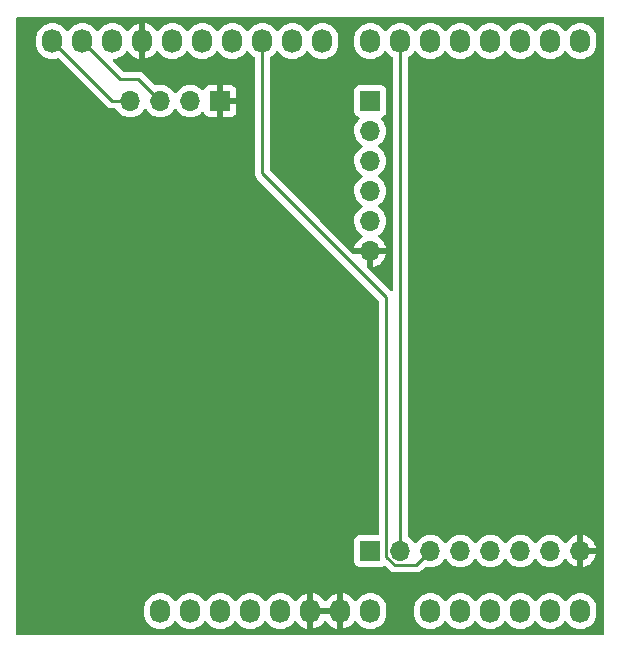
<source format=gbr>
%TF.GenerationSoftware,KiCad,Pcbnew,(6.0.1)*%
%TF.CreationDate,2022-03-15T17:59:04+02:00*%
%TF.ProjectId,YAWS,59415753-2e6b-4696-9361-645f70636258,rev?*%
%TF.SameCoordinates,Original*%
%TF.FileFunction,Copper,L1,Top*%
%TF.FilePolarity,Positive*%
%FSLAX46Y46*%
G04 Gerber Fmt 4.6, Leading zero omitted, Abs format (unit mm)*
G04 Created by KiCad (PCBNEW (6.0.1)) date 2022-03-15 17:59:04*
%MOMM*%
%LPD*%
G01*
G04 APERTURE LIST*
%TA.AperFunction,ComponentPad*%
%ADD10O,1.727200X2.032000*%
%TD*%
%TA.AperFunction,ComponentPad*%
%ADD11R,1.700000X1.700000*%
%TD*%
%TA.AperFunction,ComponentPad*%
%ADD12O,1.700000X1.700000*%
%TD*%
%TA.AperFunction,Conductor*%
%ADD13C,0.250000*%
%TD*%
G04 APERTURE END LIST*
D10*
%TO.P,P1,1,Pin_1*%
%TO.N,unconnected-(P1-Pad1)*%
X138938000Y-123825000D03*
%TO.P,P1,2,Pin_2*%
%TO.N,/IOREF*%
X141478000Y-123825000D03*
%TO.P,P1,3,Pin_3*%
%TO.N,/Reset*%
X144018000Y-123825000D03*
%TO.P,P1,4,Pin_4*%
%TO.N,+3V3*%
X146558000Y-123825000D03*
%TO.P,P1,5,Pin_5*%
%TO.N,+5V*%
X149098000Y-123825000D03*
%TO.P,P1,6,Pin_6*%
%TO.N,GND*%
X151638000Y-123825000D03*
%TO.P,P1,7,Pin_7*%
X154178000Y-123825000D03*
%TO.P,P1,8,Pin_8*%
%TO.N,/Vin*%
X156718000Y-123825000D03*
%TD*%
%TO.P,P2,1,Pin_1*%
%TO.N,/A0*%
X161798000Y-123825000D03*
%TO.P,P2,2,Pin_2*%
%TO.N,/A1*%
X164338000Y-123825000D03*
%TO.P,P2,3,Pin_3*%
%TO.N,/A2*%
X166878000Y-123825000D03*
%TO.P,P2,4,Pin_4*%
%TO.N,/A3*%
X169418000Y-123825000D03*
%TO.P,P2,5,Pin_5*%
%TO.N,unconnected-(P2-Pad5)*%
X171958000Y-123825000D03*
%TO.P,P2,6,Pin_6*%
%TO.N,unconnected-(P2-Pad6)*%
X174498000Y-123825000D03*
%TD*%
%TO.P,P3,1,Pin_1*%
%TO.N,SCL*%
X129794000Y-75565000D03*
%TO.P,P3,2,Pin_2*%
%TO.N,SDA*%
X132334000Y-75565000D03*
%TO.P,P3,3,Pin_3*%
%TO.N,/AREF*%
X134874000Y-75565000D03*
%TO.P,P3,4,Pin_4*%
%TO.N,GND*%
X137414000Y-75565000D03*
%TO.P,P3,5,Pin_5*%
%TO.N,SCK*%
X139954000Y-75565000D03*
%TO.P,P3,6,Pin_6*%
%TO.N,MISO*%
X142494000Y-75565000D03*
%TO.P,P3,7,Pin_7*%
%TO.N,MOSI*%
X145034000Y-75565000D03*
%TO.P,P3,8,Pin_8*%
%TO.N,CS1*%
X147574000Y-75565000D03*
%TO.P,P3,9,Pin_9*%
%TO.N,CS2*%
X150114000Y-75565000D03*
%TO.P,P3,10,Pin_10*%
%TO.N,/8*%
X152654000Y-75565000D03*
%TD*%
%TO.P,P4,1,Pin_1*%
%TO.N,NRF_IRQ*%
X156718000Y-75565000D03*
%TO.P,P4,2,Pin_2*%
%TO.N,NRF_CE*%
X159258000Y-75565000D03*
%TO.P,P4,3,Pin_3*%
%TO.N,/5(\u002A\u002A)*%
X161798000Y-75565000D03*
%TO.P,P4,4,Pin_4*%
%TO.N,/4*%
X164338000Y-75565000D03*
%TO.P,P4,5,Pin_5*%
%TO.N,/3(\u002A\u002A)*%
X166878000Y-75565000D03*
%TO.P,P4,6,Pin_6*%
%TO.N,/2*%
X169418000Y-75565000D03*
%TO.P,P4,7,Pin_7*%
%TO.N,/1(Tx)*%
X171958000Y-75565000D03*
%TO.P,P4,8,Pin_8*%
%TO.N,/0(Rx)*%
X174498000Y-75565000D03*
%TD*%
D11*
%TO.P,U1,1,GND*%
%TO.N,GND*%
X144018000Y-80645000D03*
D12*
%TO.P,U1,2,3.3V*%
%TO.N,+3V3*%
X141478000Y-80645000D03*
%TO.P,U1,3,SDA*%
%TO.N,SDA*%
X138938000Y-80645000D03*
%TO.P,U1,4,SCL*%
%TO.N,SCL*%
X136398000Y-80645000D03*
%TD*%
D11*
%TO.P,J1,1,Pin_1*%
%TO.N,+3V3*%
X156718000Y-80645000D03*
D12*
%TO.P,J1,2,Pin_2*%
%TO.N,CS2*%
X156718000Y-83185000D03*
%TO.P,J1,3,Pin_3*%
%TO.N,MOSI*%
X156718000Y-85725000D03*
%TO.P,J1,4,Pin_4*%
%TO.N,SCK*%
X156718000Y-88265000D03*
%TO.P,J1,5,Pin_5*%
%TO.N,MISO*%
X156718000Y-90805000D03*
%TO.P,J1,6,Pin_6*%
%TO.N,GND*%
X156718000Y-93345000D03*
%TD*%
D11*
%TO.P,U2,1,VCC*%
%TO.N,+3V3*%
X156718000Y-118745000D03*
D12*
%TO.P,U2,2,CE*%
%TO.N,NRF_CE*%
X159258000Y-118745000D03*
%TO.P,U2,3,~{CS}*%
%TO.N,CS1*%
X161798000Y-118745000D03*
%TO.P,U2,4,SCK*%
%TO.N,SCK*%
X164338000Y-118745000D03*
%TO.P,U2,5,MOSI*%
%TO.N,MOSI*%
X166878000Y-118745000D03*
%TO.P,U2,6,MISO*%
%TO.N,MISO*%
X169418000Y-118745000D03*
%TO.P,U2,7,IRQ*%
%TO.N,NRF_IRQ*%
X171958000Y-118745000D03*
%TO.P,U2,8,GND*%
%TO.N,GND*%
X174498000Y-118745000D03*
%TD*%
D13*
%TO.N,CS1*%
X158083489Y-119231499D02*
X158083489Y-97250489D01*
X161798000Y-118745000D02*
X160623489Y-119919511D01*
X160623489Y-119919511D02*
X158771501Y-119919511D01*
X147574000Y-86741000D02*
X147574000Y-75565000D01*
X158771501Y-119919511D02*
X158083489Y-119231499D01*
X158083489Y-97250489D02*
X147574000Y-86741000D01*
%TO.N,NRF_CE*%
X159258000Y-75565000D02*
X159258000Y-118745000D01*
%TO.N,SDA*%
X135567495Y-78798495D02*
X137091495Y-78798495D01*
X137091495Y-78798495D02*
X138938000Y-80645000D01*
X135567495Y-78798495D02*
X132334000Y-75565000D01*
%TO.N,SCL*%
X134874000Y-80645000D02*
X129794000Y-75565000D01*
X134874000Y-80645000D02*
X136398000Y-80645000D01*
%TD*%
%TA.AperFunction,Conductor*%
%TO.N,GND*%
G36*
X176472121Y-73553002D02*
G01*
X176518614Y-73606658D01*
X176530000Y-73659000D01*
X176530000Y-125731000D01*
X176509998Y-125799121D01*
X176456342Y-125845614D01*
X176404000Y-125857000D01*
X126872000Y-125857000D01*
X126803879Y-125836998D01*
X126757386Y-125783342D01*
X126746000Y-125731000D01*
X126746000Y-124035868D01*
X137565900Y-124035868D01*
X137580626Y-124209420D01*
X137581964Y-124214577D01*
X137581965Y-124214580D01*
X137614816Y-124341146D01*
X137639125Y-124434806D01*
X137734762Y-124647113D01*
X137864804Y-124840272D01*
X138025532Y-125008758D01*
X138212350Y-125147754D01*
X138217102Y-125150170D01*
X138414244Y-125250402D01*
X138419916Y-125253286D01*
X138531106Y-125287812D01*
X138637193Y-125320753D01*
X138637199Y-125320754D01*
X138642296Y-125322337D01*
X138766660Y-125338820D01*
X138867848Y-125352232D01*
X138867852Y-125352232D01*
X138873132Y-125352932D01*
X138878462Y-125352732D01*
X138878463Y-125352732D01*
X138989477Y-125348564D01*
X139105822Y-125344197D01*
X139270713Y-125309599D01*
X139328486Y-125297477D01*
X139328489Y-125297476D01*
X139333713Y-125296380D01*
X139550290Y-125210850D01*
X139749359Y-125090051D01*
X139847492Y-125004896D01*
X139921197Y-124940939D01*
X139921199Y-124940937D01*
X139925230Y-124937439D01*
X139928613Y-124933313D01*
X139928617Y-124933309D01*
X140069487Y-124761504D01*
X140072872Y-124757376D01*
X140075672Y-124752458D01*
X140098845Y-124711748D01*
X140149927Y-124662442D01*
X140219558Y-124648580D01*
X140285629Y-124674563D01*
X140312867Y-124703713D01*
X140404804Y-124840272D01*
X140565532Y-125008758D01*
X140752350Y-125147754D01*
X140757102Y-125150170D01*
X140954244Y-125250402D01*
X140959916Y-125253286D01*
X141071106Y-125287812D01*
X141177193Y-125320753D01*
X141177199Y-125320754D01*
X141182296Y-125322337D01*
X141306660Y-125338820D01*
X141407848Y-125352232D01*
X141407852Y-125352232D01*
X141413132Y-125352932D01*
X141418462Y-125352732D01*
X141418463Y-125352732D01*
X141529477Y-125348564D01*
X141645822Y-125344197D01*
X141810713Y-125309599D01*
X141868486Y-125297477D01*
X141868489Y-125297476D01*
X141873713Y-125296380D01*
X142090290Y-125210850D01*
X142289359Y-125090051D01*
X142387492Y-125004896D01*
X142461197Y-124940939D01*
X142461199Y-124940937D01*
X142465230Y-124937439D01*
X142468613Y-124933313D01*
X142468617Y-124933309D01*
X142609487Y-124761504D01*
X142612872Y-124757376D01*
X142615672Y-124752458D01*
X142638845Y-124711748D01*
X142689927Y-124662442D01*
X142759558Y-124648580D01*
X142825629Y-124674563D01*
X142852867Y-124703713D01*
X142944804Y-124840272D01*
X143105532Y-125008758D01*
X143292350Y-125147754D01*
X143297102Y-125150170D01*
X143494244Y-125250402D01*
X143499916Y-125253286D01*
X143611106Y-125287812D01*
X143717193Y-125320753D01*
X143717199Y-125320754D01*
X143722296Y-125322337D01*
X143846660Y-125338820D01*
X143947848Y-125352232D01*
X143947852Y-125352232D01*
X143953132Y-125352932D01*
X143958462Y-125352732D01*
X143958463Y-125352732D01*
X144069477Y-125348564D01*
X144185822Y-125344197D01*
X144350713Y-125309599D01*
X144408486Y-125297477D01*
X144408489Y-125297476D01*
X144413713Y-125296380D01*
X144630290Y-125210850D01*
X144829359Y-125090051D01*
X144927492Y-125004896D01*
X145001197Y-124940939D01*
X145001199Y-124940937D01*
X145005230Y-124937439D01*
X145008613Y-124933313D01*
X145008617Y-124933309D01*
X145149487Y-124761504D01*
X145152872Y-124757376D01*
X145155672Y-124752458D01*
X145178845Y-124711748D01*
X145229927Y-124662442D01*
X145299558Y-124648580D01*
X145365629Y-124674563D01*
X145392867Y-124703713D01*
X145484804Y-124840272D01*
X145645532Y-125008758D01*
X145832350Y-125147754D01*
X145837102Y-125150170D01*
X146034244Y-125250402D01*
X146039916Y-125253286D01*
X146151106Y-125287812D01*
X146257193Y-125320753D01*
X146257199Y-125320754D01*
X146262296Y-125322337D01*
X146386660Y-125338820D01*
X146487848Y-125352232D01*
X146487852Y-125352232D01*
X146493132Y-125352932D01*
X146498462Y-125352732D01*
X146498463Y-125352732D01*
X146609477Y-125348564D01*
X146725822Y-125344197D01*
X146890713Y-125309599D01*
X146948486Y-125297477D01*
X146948489Y-125297476D01*
X146953713Y-125296380D01*
X147170290Y-125210850D01*
X147369359Y-125090051D01*
X147467492Y-125004896D01*
X147541197Y-124940939D01*
X147541199Y-124940937D01*
X147545230Y-124937439D01*
X147548613Y-124933313D01*
X147548617Y-124933309D01*
X147689487Y-124761504D01*
X147692872Y-124757376D01*
X147695672Y-124752458D01*
X147718845Y-124711748D01*
X147769927Y-124662442D01*
X147839558Y-124648580D01*
X147905629Y-124674563D01*
X147932867Y-124703713D01*
X148024804Y-124840272D01*
X148185532Y-125008758D01*
X148372350Y-125147754D01*
X148377102Y-125150170D01*
X148574244Y-125250402D01*
X148579916Y-125253286D01*
X148691106Y-125287812D01*
X148797193Y-125320753D01*
X148797199Y-125320754D01*
X148802296Y-125322337D01*
X148926660Y-125338820D01*
X149027848Y-125352232D01*
X149027852Y-125352232D01*
X149033132Y-125352932D01*
X149038462Y-125352732D01*
X149038463Y-125352732D01*
X149149477Y-125348564D01*
X149265822Y-125344197D01*
X149430713Y-125309599D01*
X149488486Y-125297477D01*
X149488489Y-125297476D01*
X149493713Y-125296380D01*
X149710290Y-125210850D01*
X149909359Y-125090051D01*
X150007492Y-125004896D01*
X150081197Y-124940939D01*
X150081199Y-124940937D01*
X150085230Y-124937439D01*
X150088613Y-124933313D01*
X150088617Y-124933309D01*
X150229487Y-124761504D01*
X150232872Y-124757376D01*
X150259122Y-124711261D01*
X150310202Y-124661956D01*
X150379832Y-124648094D01*
X150445904Y-124674077D01*
X150473143Y-124703227D01*
X150562215Y-124835530D01*
X150568876Y-124843816D01*
X150722180Y-125004520D01*
X150730148Y-125011569D01*
X150908336Y-125144144D01*
X150917366Y-125149743D01*
X151115347Y-125250402D01*
X151125208Y-125254405D01*
X151337301Y-125320263D01*
X151347696Y-125322548D01*
X151366041Y-125324980D01*
X151380208Y-125322783D01*
X151384000Y-125309599D01*
X151384000Y-125307488D01*
X151892000Y-125307488D01*
X151895973Y-125321019D01*
X151906580Y-125322544D01*
X152028343Y-125296996D01*
X152038539Y-125293936D01*
X152245097Y-125212363D01*
X152254634Y-125207629D01*
X152444503Y-125092414D01*
X152453093Y-125086150D01*
X152620837Y-124940589D01*
X152628257Y-124932959D01*
X152769073Y-124761220D01*
X152775095Y-124752458D01*
X152798810Y-124710798D01*
X152849893Y-124661492D01*
X152919524Y-124647631D01*
X152985594Y-124673615D01*
X153012832Y-124702764D01*
X153102215Y-124835531D01*
X153108876Y-124843816D01*
X153262180Y-125004520D01*
X153270148Y-125011569D01*
X153448336Y-125144144D01*
X153457366Y-125149743D01*
X153655347Y-125250402D01*
X153665208Y-125254405D01*
X153877301Y-125320263D01*
X153887696Y-125322548D01*
X153906041Y-125324980D01*
X153920208Y-125322783D01*
X153924000Y-125309599D01*
X153924000Y-125307488D01*
X154432000Y-125307488D01*
X154435973Y-125321019D01*
X154446580Y-125322544D01*
X154568343Y-125296996D01*
X154578539Y-125293936D01*
X154785097Y-125212363D01*
X154794634Y-125207629D01*
X154984503Y-125092414D01*
X154993093Y-125086150D01*
X155160837Y-124940589D01*
X155168257Y-124932959D01*
X155309073Y-124761220D01*
X155315102Y-124752449D01*
X155338533Y-124711285D01*
X155389615Y-124661978D01*
X155459245Y-124648116D01*
X155525316Y-124674099D01*
X155552555Y-124703249D01*
X155644804Y-124840272D01*
X155805532Y-125008758D01*
X155992350Y-125147754D01*
X155997102Y-125150170D01*
X156194244Y-125250402D01*
X156199916Y-125253286D01*
X156311106Y-125287812D01*
X156417193Y-125320753D01*
X156417199Y-125320754D01*
X156422296Y-125322337D01*
X156546660Y-125338820D01*
X156647848Y-125352232D01*
X156647852Y-125352232D01*
X156653132Y-125352932D01*
X156658462Y-125352732D01*
X156658463Y-125352732D01*
X156769477Y-125348564D01*
X156885822Y-125344197D01*
X157050713Y-125309599D01*
X157108486Y-125297477D01*
X157108489Y-125297476D01*
X157113713Y-125296380D01*
X157330290Y-125210850D01*
X157529359Y-125090051D01*
X157627492Y-125004896D01*
X157701197Y-124940939D01*
X157701199Y-124940937D01*
X157705230Y-124937439D01*
X157708613Y-124933313D01*
X157708617Y-124933309D01*
X157849487Y-124761504D01*
X157852872Y-124757376D01*
X157855672Y-124752458D01*
X157965422Y-124559654D01*
X157968065Y-124555011D01*
X157988239Y-124499435D01*
X158045695Y-124341146D01*
X158045696Y-124341142D01*
X158047515Y-124336131D01*
X158088950Y-124106993D01*
X158089632Y-124092548D01*
X158090030Y-124084095D01*
X158090030Y-124084086D01*
X158090100Y-124082606D01*
X158090100Y-124035868D01*
X160425900Y-124035868D01*
X160440626Y-124209420D01*
X160441964Y-124214577D01*
X160441965Y-124214580D01*
X160474816Y-124341146D01*
X160499125Y-124434806D01*
X160594762Y-124647113D01*
X160724804Y-124840272D01*
X160885532Y-125008758D01*
X161072350Y-125147754D01*
X161077102Y-125150170D01*
X161274244Y-125250402D01*
X161279916Y-125253286D01*
X161391106Y-125287812D01*
X161497193Y-125320753D01*
X161497199Y-125320754D01*
X161502296Y-125322337D01*
X161626660Y-125338820D01*
X161727848Y-125352232D01*
X161727852Y-125352232D01*
X161733132Y-125352932D01*
X161738462Y-125352732D01*
X161738463Y-125352732D01*
X161849477Y-125348564D01*
X161965822Y-125344197D01*
X162130713Y-125309599D01*
X162188486Y-125297477D01*
X162188489Y-125297476D01*
X162193713Y-125296380D01*
X162410290Y-125210850D01*
X162609359Y-125090051D01*
X162707492Y-125004896D01*
X162781197Y-124940939D01*
X162781199Y-124940937D01*
X162785230Y-124937439D01*
X162788613Y-124933313D01*
X162788617Y-124933309D01*
X162929487Y-124761504D01*
X162932872Y-124757376D01*
X162935672Y-124752458D01*
X162958845Y-124711748D01*
X163009927Y-124662442D01*
X163079558Y-124648580D01*
X163145629Y-124674563D01*
X163172867Y-124703713D01*
X163264804Y-124840272D01*
X163425532Y-125008758D01*
X163612350Y-125147754D01*
X163617102Y-125150170D01*
X163814244Y-125250402D01*
X163819916Y-125253286D01*
X163931106Y-125287812D01*
X164037193Y-125320753D01*
X164037199Y-125320754D01*
X164042296Y-125322337D01*
X164166660Y-125338820D01*
X164267848Y-125352232D01*
X164267852Y-125352232D01*
X164273132Y-125352932D01*
X164278462Y-125352732D01*
X164278463Y-125352732D01*
X164389477Y-125348564D01*
X164505822Y-125344197D01*
X164670713Y-125309599D01*
X164728486Y-125297477D01*
X164728489Y-125297476D01*
X164733713Y-125296380D01*
X164950290Y-125210850D01*
X165149359Y-125090051D01*
X165247492Y-125004896D01*
X165321197Y-124940939D01*
X165321199Y-124940937D01*
X165325230Y-124937439D01*
X165328613Y-124933313D01*
X165328617Y-124933309D01*
X165469487Y-124761504D01*
X165472872Y-124757376D01*
X165475672Y-124752458D01*
X165498845Y-124711748D01*
X165549927Y-124662442D01*
X165619558Y-124648580D01*
X165685629Y-124674563D01*
X165712867Y-124703713D01*
X165804804Y-124840272D01*
X165965532Y-125008758D01*
X166152350Y-125147754D01*
X166157102Y-125150170D01*
X166354244Y-125250402D01*
X166359916Y-125253286D01*
X166471106Y-125287812D01*
X166577193Y-125320753D01*
X166577199Y-125320754D01*
X166582296Y-125322337D01*
X166706660Y-125338820D01*
X166807848Y-125352232D01*
X166807852Y-125352232D01*
X166813132Y-125352932D01*
X166818462Y-125352732D01*
X166818463Y-125352732D01*
X166929477Y-125348564D01*
X167045822Y-125344197D01*
X167210713Y-125309599D01*
X167268486Y-125297477D01*
X167268489Y-125297476D01*
X167273713Y-125296380D01*
X167490290Y-125210850D01*
X167689359Y-125090051D01*
X167787492Y-125004896D01*
X167861197Y-124940939D01*
X167861199Y-124940937D01*
X167865230Y-124937439D01*
X167868613Y-124933313D01*
X167868617Y-124933309D01*
X168009487Y-124761504D01*
X168012872Y-124757376D01*
X168015672Y-124752458D01*
X168038845Y-124711748D01*
X168089927Y-124662442D01*
X168159558Y-124648580D01*
X168225629Y-124674563D01*
X168252867Y-124703713D01*
X168344804Y-124840272D01*
X168505532Y-125008758D01*
X168692350Y-125147754D01*
X168697102Y-125150170D01*
X168894244Y-125250402D01*
X168899916Y-125253286D01*
X169011106Y-125287812D01*
X169117193Y-125320753D01*
X169117199Y-125320754D01*
X169122296Y-125322337D01*
X169246660Y-125338820D01*
X169347848Y-125352232D01*
X169347852Y-125352232D01*
X169353132Y-125352932D01*
X169358462Y-125352732D01*
X169358463Y-125352732D01*
X169469477Y-125348564D01*
X169585822Y-125344197D01*
X169750713Y-125309599D01*
X169808486Y-125297477D01*
X169808489Y-125297476D01*
X169813713Y-125296380D01*
X170030290Y-125210850D01*
X170229359Y-125090051D01*
X170327492Y-125004896D01*
X170401197Y-124940939D01*
X170401199Y-124940937D01*
X170405230Y-124937439D01*
X170408613Y-124933313D01*
X170408617Y-124933309D01*
X170549487Y-124761504D01*
X170552872Y-124757376D01*
X170555672Y-124752458D01*
X170578845Y-124711748D01*
X170629927Y-124662442D01*
X170699558Y-124648580D01*
X170765629Y-124674563D01*
X170792867Y-124703713D01*
X170884804Y-124840272D01*
X171045532Y-125008758D01*
X171232350Y-125147754D01*
X171237102Y-125150170D01*
X171434244Y-125250402D01*
X171439916Y-125253286D01*
X171551106Y-125287812D01*
X171657193Y-125320753D01*
X171657199Y-125320754D01*
X171662296Y-125322337D01*
X171786660Y-125338820D01*
X171887848Y-125352232D01*
X171887852Y-125352232D01*
X171893132Y-125352932D01*
X171898462Y-125352732D01*
X171898463Y-125352732D01*
X172009477Y-125348564D01*
X172125822Y-125344197D01*
X172290713Y-125309599D01*
X172348486Y-125297477D01*
X172348489Y-125297476D01*
X172353713Y-125296380D01*
X172570290Y-125210850D01*
X172769359Y-125090051D01*
X172867492Y-125004896D01*
X172941197Y-124940939D01*
X172941199Y-124940937D01*
X172945230Y-124937439D01*
X172948613Y-124933313D01*
X172948617Y-124933309D01*
X173089487Y-124761504D01*
X173092872Y-124757376D01*
X173095672Y-124752458D01*
X173118845Y-124711748D01*
X173169927Y-124662442D01*
X173239558Y-124648580D01*
X173305629Y-124674563D01*
X173332867Y-124703713D01*
X173424804Y-124840272D01*
X173585532Y-125008758D01*
X173772350Y-125147754D01*
X173777102Y-125150170D01*
X173974244Y-125250402D01*
X173979916Y-125253286D01*
X174091106Y-125287812D01*
X174197193Y-125320753D01*
X174197199Y-125320754D01*
X174202296Y-125322337D01*
X174326660Y-125338820D01*
X174427848Y-125352232D01*
X174427852Y-125352232D01*
X174433132Y-125352932D01*
X174438462Y-125352732D01*
X174438463Y-125352732D01*
X174549477Y-125348564D01*
X174665822Y-125344197D01*
X174830713Y-125309599D01*
X174888486Y-125297477D01*
X174888489Y-125297476D01*
X174893713Y-125296380D01*
X175110290Y-125210850D01*
X175309359Y-125090051D01*
X175407492Y-125004896D01*
X175481197Y-124940939D01*
X175481199Y-124940937D01*
X175485230Y-124937439D01*
X175488613Y-124933313D01*
X175488617Y-124933309D01*
X175629487Y-124761504D01*
X175632872Y-124757376D01*
X175635672Y-124752458D01*
X175745422Y-124559654D01*
X175748065Y-124555011D01*
X175768239Y-124499435D01*
X175825695Y-124341146D01*
X175825696Y-124341142D01*
X175827515Y-124336131D01*
X175868950Y-124106993D01*
X175869632Y-124092548D01*
X175870030Y-124084095D01*
X175870030Y-124084086D01*
X175870100Y-124082606D01*
X175870100Y-123614132D01*
X175855374Y-123440580D01*
X175854035Y-123435420D01*
X175798217Y-123220363D01*
X175798216Y-123220359D01*
X175796875Y-123215194D01*
X175701238Y-123002887D01*
X175571196Y-122809728D01*
X175410468Y-122641242D01*
X175223650Y-122502246D01*
X175096574Y-122437637D01*
X175020842Y-122399133D01*
X175020841Y-122399133D01*
X175016084Y-122396714D01*
X174877299Y-122353620D01*
X174798807Y-122329247D01*
X174798801Y-122329246D01*
X174793704Y-122327663D01*
X174669340Y-122311180D01*
X174568152Y-122297768D01*
X174568148Y-122297768D01*
X174562868Y-122297068D01*
X174557538Y-122297268D01*
X174557537Y-122297268D01*
X174446523Y-122301435D01*
X174330178Y-122305803D01*
X174247474Y-122323156D01*
X174107514Y-122352523D01*
X174107511Y-122352524D01*
X174102287Y-122353620D01*
X173885710Y-122439150D01*
X173686641Y-122559949D01*
X173682611Y-122563446D01*
X173588075Y-122645480D01*
X173510770Y-122712561D01*
X173507387Y-122716687D01*
X173507383Y-122716691D01*
X173434262Y-122805869D01*
X173363128Y-122892624D01*
X173360490Y-122897259D01*
X173360487Y-122897263D01*
X173337155Y-122938252D01*
X173286073Y-122987558D01*
X173216442Y-123001420D01*
X173150371Y-122975437D01*
X173123133Y-122946287D01*
X173034388Y-122814470D01*
X173031196Y-122809728D01*
X172870468Y-122641242D01*
X172683650Y-122502246D01*
X172556574Y-122437637D01*
X172480842Y-122399133D01*
X172480841Y-122399133D01*
X172476084Y-122396714D01*
X172337299Y-122353620D01*
X172258807Y-122329247D01*
X172258801Y-122329246D01*
X172253704Y-122327663D01*
X172129340Y-122311180D01*
X172028152Y-122297768D01*
X172028148Y-122297768D01*
X172022868Y-122297068D01*
X172017538Y-122297268D01*
X172017537Y-122297268D01*
X171906523Y-122301435D01*
X171790178Y-122305803D01*
X171707474Y-122323156D01*
X171567514Y-122352523D01*
X171567511Y-122352524D01*
X171562287Y-122353620D01*
X171345710Y-122439150D01*
X171146641Y-122559949D01*
X171142611Y-122563446D01*
X171048075Y-122645480D01*
X170970770Y-122712561D01*
X170967387Y-122716687D01*
X170967383Y-122716691D01*
X170894262Y-122805869D01*
X170823128Y-122892624D01*
X170820490Y-122897259D01*
X170820487Y-122897263D01*
X170797155Y-122938252D01*
X170746073Y-122987558D01*
X170676442Y-123001420D01*
X170610371Y-122975437D01*
X170583133Y-122946287D01*
X170494388Y-122814470D01*
X170491196Y-122809728D01*
X170330468Y-122641242D01*
X170143650Y-122502246D01*
X170016574Y-122437637D01*
X169940842Y-122399133D01*
X169940841Y-122399133D01*
X169936084Y-122396714D01*
X169797299Y-122353620D01*
X169718807Y-122329247D01*
X169718801Y-122329246D01*
X169713704Y-122327663D01*
X169589340Y-122311180D01*
X169488152Y-122297768D01*
X169488148Y-122297768D01*
X169482868Y-122297068D01*
X169477538Y-122297268D01*
X169477537Y-122297268D01*
X169366523Y-122301435D01*
X169250178Y-122305803D01*
X169167474Y-122323156D01*
X169027514Y-122352523D01*
X169027511Y-122352524D01*
X169022287Y-122353620D01*
X168805710Y-122439150D01*
X168606641Y-122559949D01*
X168602611Y-122563446D01*
X168508075Y-122645480D01*
X168430770Y-122712561D01*
X168427387Y-122716687D01*
X168427383Y-122716691D01*
X168354262Y-122805869D01*
X168283128Y-122892624D01*
X168280490Y-122897259D01*
X168280487Y-122897263D01*
X168257155Y-122938252D01*
X168206073Y-122987558D01*
X168136442Y-123001420D01*
X168070371Y-122975437D01*
X168043133Y-122946287D01*
X167954388Y-122814470D01*
X167951196Y-122809728D01*
X167790468Y-122641242D01*
X167603650Y-122502246D01*
X167476574Y-122437637D01*
X167400842Y-122399133D01*
X167400841Y-122399133D01*
X167396084Y-122396714D01*
X167257299Y-122353620D01*
X167178807Y-122329247D01*
X167178801Y-122329246D01*
X167173704Y-122327663D01*
X167049340Y-122311180D01*
X166948152Y-122297768D01*
X166948148Y-122297768D01*
X166942868Y-122297068D01*
X166937538Y-122297268D01*
X166937537Y-122297268D01*
X166826523Y-122301435D01*
X166710178Y-122305803D01*
X166627474Y-122323156D01*
X166487514Y-122352523D01*
X166487511Y-122352524D01*
X166482287Y-122353620D01*
X166265710Y-122439150D01*
X166066641Y-122559949D01*
X166062611Y-122563446D01*
X165968075Y-122645480D01*
X165890770Y-122712561D01*
X165887387Y-122716687D01*
X165887383Y-122716691D01*
X165814262Y-122805869D01*
X165743128Y-122892624D01*
X165740490Y-122897259D01*
X165740487Y-122897263D01*
X165717155Y-122938252D01*
X165666073Y-122987558D01*
X165596442Y-123001420D01*
X165530371Y-122975437D01*
X165503133Y-122946287D01*
X165414388Y-122814470D01*
X165411196Y-122809728D01*
X165250468Y-122641242D01*
X165063650Y-122502246D01*
X164936574Y-122437637D01*
X164860842Y-122399133D01*
X164860841Y-122399133D01*
X164856084Y-122396714D01*
X164717299Y-122353620D01*
X164638807Y-122329247D01*
X164638801Y-122329246D01*
X164633704Y-122327663D01*
X164509340Y-122311180D01*
X164408152Y-122297768D01*
X164408148Y-122297768D01*
X164402868Y-122297068D01*
X164397538Y-122297268D01*
X164397537Y-122297268D01*
X164286523Y-122301435D01*
X164170178Y-122305803D01*
X164087474Y-122323156D01*
X163947514Y-122352523D01*
X163947511Y-122352524D01*
X163942287Y-122353620D01*
X163725710Y-122439150D01*
X163526641Y-122559949D01*
X163522611Y-122563446D01*
X163428075Y-122645480D01*
X163350770Y-122712561D01*
X163347387Y-122716687D01*
X163347383Y-122716691D01*
X163274262Y-122805869D01*
X163203128Y-122892624D01*
X163200490Y-122897259D01*
X163200487Y-122897263D01*
X163177155Y-122938252D01*
X163126073Y-122987558D01*
X163056442Y-123001420D01*
X162990371Y-122975437D01*
X162963133Y-122946287D01*
X162874388Y-122814470D01*
X162871196Y-122809728D01*
X162710468Y-122641242D01*
X162523650Y-122502246D01*
X162396574Y-122437637D01*
X162320842Y-122399133D01*
X162320841Y-122399133D01*
X162316084Y-122396714D01*
X162177299Y-122353620D01*
X162098807Y-122329247D01*
X162098801Y-122329246D01*
X162093704Y-122327663D01*
X161969340Y-122311180D01*
X161868152Y-122297768D01*
X161868148Y-122297768D01*
X161862868Y-122297068D01*
X161857538Y-122297268D01*
X161857537Y-122297268D01*
X161746523Y-122301435D01*
X161630178Y-122305803D01*
X161547474Y-122323156D01*
X161407514Y-122352523D01*
X161407511Y-122352524D01*
X161402287Y-122353620D01*
X161185710Y-122439150D01*
X160986641Y-122559949D01*
X160982611Y-122563446D01*
X160888075Y-122645480D01*
X160810770Y-122712561D01*
X160807387Y-122716687D01*
X160807383Y-122716691D01*
X160734262Y-122805869D01*
X160663128Y-122892624D01*
X160660490Y-122897259D01*
X160660487Y-122897263D01*
X160597589Y-123007760D01*
X160547935Y-123094989D01*
X160546114Y-123100005D01*
X160546112Y-123100010D01*
X160504302Y-123215194D01*
X160468485Y-123313869D01*
X160427050Y-123543007D01*
X160426855Y-123547146D01*
X160426854Y-123547153D01*
X160425970Y-123565905D01*
X160425900Y-123567394D01*
X160425900Y-124035868D01*
X158090100Y-124035868D01*
X158090100Y-123614132D01*
X158075374Y-123440580D01*
X158074035Y-123435420D01*
X158018217Y-123220363D01*
X158018216Y-123220359D01*
X158016875Y-123215194D01*
X157921238Y-123002887D01*
X157791196Y-122809728D01*
X157630468Y-122641242D01*
X157443650Y-122502246D01*
X157316574Y-122437637D01*
X157240842Y-122399133D01*
X157240841Y-122399133D01*
X157236084Y-122396714D01*
X157097299Y-122353620D01*
X157018807Y-122329247D01*
X157018801Y-122329246D01*
X157013704Y-122327663D01*
X156889340Y-122311180D01*
X156788152Y-122297768D01*
X156788148Y-122297768D01*
X156782868Y-122297068D01*
X156777538Y-122297268D01*
X156777537Y-122297268D01*
X156666523Y-122301435D01*
X156550178Y-122305803D01*
X156467474Y-122323156D01*
X156327514Y-122352523D01*
X156327511Y-122352524D01*
X156322287Y-122353620D01*
X156105710Y-122439150D01*
X155906641Y-122559949D01*
X155902611Y-122563446D01*
X155808075Y-122645480D01*
X155730770Y-122712561D01*
X155727387Y-122716687D01*
X155727383Y-122716691D01*
X155654262Y-122805869D01*
X155583128Y-122892624D01*
X155556878Y-122938739D01*
X155505798Y-122988044D01*
X155436168Y-123001906D01*
X155370096Y-122975923D01*
X155342857Y-122946773D01*
X155253785Y-122814470D01*
X155247124Y-122806184D01*
X155093820Y-122645480D01*
X155085852Y-122638431D01*
X154907664Y-122505856D01*
X154898634Y-122500257D01*
X154700653Y-122399598D01*
X154690792Y-122395595D01*
X154478699Y-122329737D01*
X154468304Y-122327452D01*
X154449959Y-122325020D01*
X154435792Y-122327217D01*
X154432000Y-122340401D01*
X154432000Y-125307488D01*
X153924000Y-125307488D01*
X153924000Y-124097115D01*
X153919525Y-124081876D01*
X153918135Y-124080671D01*
X153910452Y-124079000D01*
X151910115Y-124079000D01*
X151894876Y-124083475D01*
X151893671Y-124084865D01*
X151892000Y-124092548D01*
X151892000Y-125307488D01*
X151384000Y-125307488D01*
X151384000Y-123552885D01*
X151892000Y-123552885D01*
X151896475Y-123568124D01*
X151897865Y-123569329D01*
X151905548Y-123571000D01*
X153905885Y-123571000D01*
X153921124Y-123566525D01*
X153922329Y-123565135D01*
X153924000Y-123557452D01*
X153924000Y-122342512D01*
X153920027Y-122328981D01*
X153909420Y-122327456D01*
X153787657Y-122353004D01*
X153777461Y-122356064D01*
X153570903Y-122437637D01*
X153561366Y-122442371D01*
X153371497Y-122557586D01*
X153362907Y-122563850D01*
X153195163Y-122709411D01*
X153187743Y-122717041D01*
X153046927Y-122888780D01*
X153040905Y-122897542D01*
X153017190Y-122939202D01*
X152966107Y-122988508D01*
X152896476Y-123002369D01*
X152830406Y-122976385D01*
X152803168Y-122947236D01*
X152713785Y-122814469D01*
X152707124Y-122806184D01*
X152553820Y-122645480D01*
X152545852Y-122638431D01*
X152367664Y-122505856D01*
X152358634Y-122500257D01*
X152160653Y-122399598D01*
X152150792Y-122395595D01*
X151938699Y-122329737D01*
X151928304Y-122327452D01*
X151909959Y-122325020D01*
X151895792Y-122327217D01*
X151892000Y-122340401D01*
X151892000Y-123552885D01*
X151384000Y-123552885D01*
X151384000Y-122342512D01*
X151380027Y-122328981D01*
X151369420Y-122327456D01*
X151247657Y-122353004D01*
X151237461Y-122356064D01*
X151030903Y-122437637D01*
X151021366Y-122442371D01*
X150831497Y-122557586D01*
X150822907Y-122563850D01*
X150655163Y-122709411D01*
X150647743Y-122717041D01*
X150506927Y-122888780D01*
X150500898Y-122897551D01*
X150477467Y-122938715D01*
X150426385Y-122988022D01*
X150356755Y-123001884D01*
X150290684Y-122975901D01*
X150263445Y-122946751D01*
X150224417Y-122888780D01*
X150171196Y-122809728D01*
X150010468Y-122641242D01*
X149823650Y-122502246D01*
X149696574Y-122437637D01*
X149620842Y-122399133D01*
X149620841Y-122399133D01*
X149616084Y-122396714D01*
X149477299Y-122353620D01*
X149398807Y-122329247D01*
X149398801Y-122329246D01*
X149393704Y-122327663D01*
X149269340Y-122311180D01*
X149168152Y-122297768D01*
X149168148Y-122297768D01*
X149162868Y-122297068D01*
X149157538Y-122297268D01*
X149157537Y-122297268D01*
X149046523Y-122301435D01*
X148930178Y-122305803D01*
X148847474Y-122323156D01*
X148707514Y-122352523D01*
X148707511Y-122352524D01*
X148702287Y-122353620D01*
X148485710Y-122439150D01*
X148286641Y-122559949D01*
X148282611Y-122563446D01*
X148188075Y-122645480D01*
X148110770Y-122712561D01*
X148107387Y-122716687D01*
X148107383Y-122716691D01*
X148034262Y-122805869D01*
X147963128Y-122892624D01*
X147960490Y-122897259D01*
X147960487Y-122897263D01*
X147937155Y-122938252D01*
X147886073Y-122987558D01*
X147816442Y-123001420D01*
X147750371Y-122975437D01*
X147723133Y-122946287D01*
X147634388Y-122814470D01*
X147631196Y-122809728D01*
X147470468Y-122641242D01*
X147283650Y-122502246D01*
X147156574Y-122437637D01*
X147080842Y-122399133D01*
X147080841Y-122399133D01*
X147076084Y-122396714D01*
X146937299Y-122353620D01*
X146858807Y-122329247D01*
X146858801Y-122329246D01*
X146853704Y-122327663D01*
X146729340Y-122311180D01*
X146628152Y-122297768D01*
X146628148Y-122297768D01*
X146622868Y-122297068D01*
X146617538Y-122297268D01*
X146617537Y-122297268D01*
X146506523Y-122301435D01*
X146390178Y-122305803D01*
X146307474Y-122323156D01*
X146167514Y-122352523D01*
X146167511Y-122352524D01*
X146162287Y-122353620D01*
X145945710Y-122439150D01*
X145746641Y-122559949D01*
X145742611Y-122563446D01*
X145648075Y-122645480D01*
X145570770Y-122712561D01*
X145567387Y-122716687D01*
X145567383Y-122716691D01*
X145494262Y-122805869D01*
X145423128Y-122892624D01*
X145420490Y-122897259D01*
X145420487Y-122897263D01*
X145397155Y-122938252D01*
X145346073Y-122987558D01*
X145276442Y-123001420D01*
X145210371Y-122975437D01*
X145183133Y-122946287D01*
X145094388Y-122814470D01*
X145091196Y-122809728D01*
X144930468Y-122641242D01*
X144743650Y-122502246D01*
X144616574Y-122437637D01*
X144540842Y-122399133D01*
X144540841Y-122399133D01*
X144536084Y-122396714D01*
X144397299Y-122353620D01*
X144318807Y-122329247D01*
X144318801Y-122329246D01*
X144313704Y-122327663D01*
X144189340Y-122311180D01*
X144088152Y-122297768D01*
X144088148Y-122297768D01*
X144082868Y-122297068D01*
X144077538Y-122297268D01*
X144077537Y-122297268D01*
X143966523Y-122301435D01*
X143850178Y-122305803D01*
X143767474Y-122323156D01*
X143627514Y-122352523D01*
X143627511Y-122352524D01*
X143622287Y-122353620D01*
X143405710Y-122439150D01*
X143206641Y-122559949D01*
X143202611Y-122563446D01*
X143108075Y-122645480D01*
X143030770Y-122712561D01*
X143027387Y-122716687D01*
X143027383Y-122716691D01*
X142954262Y-122805869D01*
X142883128Y-122892624D01*
X142880490Y-122897259D01*
X142880487Y-122897263D01*
X142857155Y-122938252D01*
X142806073Y-122987558D01*
X142736442Y-123001420D01*
X142670371Y-122975437D01*
X142643133Y-122946287D01*
X142554388Y-122814470D01*
X142551196Y-122809728D01*
X142390468Y-122641242D01*
X142203650Y-122502246D01*
X142076574Y-122437637D01*
X142000842Y-122399133D01*
X142000841Y-122399133D01*
X141996084Y-122396714D01*
X141857299Y-122353620D01*
X141778807Y-122329247D01*
X141778801Y-122329246D01*
X141773704Y-122327663D01*
X141649340Y-122311180D01*
X141548152Y-122297768D01*
X141548148Y-122297768D01*
X141542868Y-122297068D01*
X141537538Y-122297268D01*
X141537537Y-122297268D01*
X141426523Y-122301435D01*
X141310178Y-122305803D01*
X141227474Y-122323156D01*
X141087514Y-122352523D01*
X141087511Y-122352524D01*
X141082287Y-122353620D01*
X140865710Y-122439150D01*
X140666641Y-122559949D01*
X140662611Y-122563446D01*
X140568075Y-122645480D01*
X140490770Y-122712561D01*
X140487387Y-122716687D01*
X140487383Y-122716691D01*
X140414262Y-122805869D01*
X140343128Y-122892624D01*
X140340490Y-122897259D01*
X140340487Y-122897263D01*
X140317155Y-122938252D01*
X140266073Y-122987558D01*
X140196442Y-123001420D01*
X140130371Y-122975437D01*
X140103133Y-122946287D01*
X140014388Y-122814470D01*
X140011196Y-122809728D01*
X139850468Y-122641242D01*
X139663650Y-122502246D01*
X139536574Y-122437637D01*
X139460842Y-122399133D01*
X139460841Y-122399133D01*
X139456084Y-122396714D01*
X139317299Y-122353620D01*
X139238807Y-122329247D01*
X139238801Y-122329246D01*
X139233704Y-122327663D01*
X139109340Y-122311180D01*
X139008152Y-122297768D01*
X139008148Y-122297768D01*
X139002868Y-122297068D01*
X138997538Y-122297268D01*
X138997537Y-122297268D01*
X138886523Y-122301435D01*
X138770178Y-122305803D01*
X138687474Y-122323156D01*
X138547514Y-122352523D01*
X138547511Y-122352524D01*
X138542287Y-122353620D01*
X138325710Y-122439150D01*
X138126641Y-122559949D01*
X138122611Y-122563446D01*
X138028075Y-122645480D01*
X137950770Y-122712561D01*
X137947387Y-122716687D01*
X137947383Y-122716691D01*
X137874262Y-122805869D01*
X137803128Y-122892624D01*
X137800490Y-122897259D01*
X137800487Y-122897263D01*
X137737589Y-123007760D01*
X137687935Y-123094989D01*
X137686114Y-123100005D01*
X137686112Y-123100010D01*
X137644302Y-123215194D01*
X137608485Y-123313869D01*
X137567050Y-123543007D01*
X137566855Y-123547146D01*
X137566854Y-123547153D01*
X137565970Y-123565905D01*
X137565900Y-123567394D01*
X137565900Y-124035868D01*
X126746000Y-124035868D01*
X126746000Y-75775868D01*
X128421900Y-75775868D01*
X128436626Y-75949420D01*
X128437964Y-75954577D01*
X128437965Y-75954580D01*
X128470816Y-76081146D01*
X128495125Y-76174806D01*
X128590762Y-76387113D01*
X128720804Y-76580272D01*
X128881532Y-76748758D01*
X129068350Y-76887754D01*
X129073102Y-76890170D01*
X129270244Y-76990402D01*
X129275916Y-76993286D01*
X129348613Y-77015859D01*
X129493193Y-77060753D01*
X129493199Y-77060754D01*
X129498296Y-77062337D01*
X129622660Y-77078820D01*
X129723848Y-77092232D01*
X129723852Y-77092232D01*
X129729132Y-77092932D01*
X129734462Y-77092732D01*
X129734463Y-77092732D01*
X129845477Y-77088564D01*
X129961822Y-77084197D01*
X130126713Y-77049599D01*
X130184486Y-77037477D01*
X130184489Y-77037476D01*
X130189713Y-77036380D01*
X130241676Y-77015859D01*
X130312382Y-77009441D01*
X130377052Y-77043956D01*
X134370348Y-81037253D01*
X134377888Y-81045539D01*
X134382000Y-81052018D01*
X134387777Y-81057443D01*
X134431651Y-81098643D01*
X134434493Y-81101398D01*
X134454230Y-81121135D01*
X134457427Y-81123615D01*
X134466447Y-81131318D01*
X134498679Y-81161586D01*
X134505625Y-81165405D01*
X134505628Y-81165407D01*
X134516434Y-81171348D01*
X134532953Y-81182199D01*
X134548959Y-81194614D01*
X134556228Y-81197759D01*
X134556232Y-81197762D01*
X134589537Y-81212174D01*
X134600187Y-81217391D01*
X134638940Y-81238695D01*
X134646615Y-81240666D01*
X134646616Y-81240666D01*
X134658562Y-81243733D01*
X134677267Y-81250137D01*
X134695855Y-81258181D01*
X134703678Y-81259420D01*
X134703688Y-81259423D01*
X134739524Y-81265099D01*
X134751144Y-81267505D01*
X134786289Y-81276528D01*
X134793970Y-81278500D01*
X134814224Y-81278500D01*
X134833934Y-81280051D01*
X134853943Y-81283220D01*
X134861835Y-81282474D01*
X134897961Y-81279059D01*
X134909819Y-81278500D01*
X135122274Y-81278500D01*
X135190395Y-81298502D01*
X135229707Y-81338665D01*
X135297987Y-81450088D01*
X135444250Y-81618938D01*
X135616126Y-81761632D01*
X135809000Y-81874338D01*
X136017692Y-81954030D01*
X136022760Y-81955061D01*
X136022763Y-81955062D01*
X136130017Y-81976883D01*
X136236597Y-81998567D01*
X136241772Y-81998757D01*
X136241774Y-81998757D01*
X136454673Y-82006564D01*
X136454677Y-82006564D01*
X136459837Y-82006753D01*
X136464957Y-82006097D01*
X136464959Y-82006097D01*
X136676288Y-81979025D01*
X136676289Y-81979025D01*
X136681416Y-81978368D01*
X136686366Y-81976883D01*
X136890429Y-81915661D01*
X136890434Y-81915659D01*
X136895384Y-81914174D01*
X137095994Y-81815896D01*
X137277860Y-81686173D01*
X137436096Y-81528489D01*
X137566453Y-81347077D01*
X137567776Y-81348028D01*
X137614645Y-81304857D01*
X137684580Y-81292625D01*
X137750026Y-81320144D01*
X137777875Y-81351994D01*
X137837987Y-81450088D01*
X137984250Y-81618938D01*
X138156126Y-81761632D01*
X138349000Y-81874338D01*
X138557692Y-81954030D01*
X138562760Y-81955061D01*
X138562763Y-81955062D01*
X138670017Y-81976883D01*
X138776597Y-81998567D01*
X138781772Y-81998757D01*
X138781774Y-81998757D01*
X138994673Y-82006564D01*
X138994677Y-82006564D01*
X138999837Y-82006753D01*
X139004957Y-82006097D01*
X139004959Y-82006097D01*
X139216288Y-81979025D01*
X139216289Y-81979025D01*
X139221416Y-81978368D01*
X139226366Y-81976883D01*
X139430429Y-81915661D01*
X139430434Y-81915659D01*
X139435384Y-81914174D01*
X139635994Y-81815896D01*
X139817860Y-81686173D01*
X139976096Y-81528489D01*
X140106453Y-81347077D01*
X140107776Y-81348028D01*
X140154645Y-81304857D01*
X140224580Y-81292625D01*
X140290026Y-81320144D01*
X140317875Y-81351994D01*
X140377987Y-81450088D01*
X140524250Y-81618938D01*
X140696126Y-81761632D01*
X140889000Y-81874338D01*
X141097692Y-81954030D01*
X141102760Y-81955061D01*
X141102763Y-81955062D01*
X141210017Y-81976883D01*
X141316597Y-81998567D01*
X141321772Y-81998757D01*
X141321774Y-81998757D01*
X141534673Y-82006564D01*
X141534677Y-82006564D01*
X141539837Y-82006753D01*
X141544957Y-82006097D01*
X141544959Y-82006097D01*
X141756288Y-81979025D01*
X141756289Y-81979025D01*
X141761416Y-81978368D01*
X141766366Y-81976883D01*
X141970429Y-81915661D01*
X141970434Y-81915659D01*
X141975384Y-81914174D01*
X142175994Y-81815896D01*
X142357860Y-81686173D01*
X142425331Y-81618938D01*
X142466479Y-81577933D01*
X142528851Y-81544017D01*
X142599658Y-81549205D01*
X142656419Y-81591851D01*
X142673401Y-81622954D01*
X142714676Y-81733054D01*
X142723214Y-81748649D01*
X142799715Y-81850724D01*
X142812276Y-81863285D01*
X142914351Y-81939786D01*
X142929946Y-81948324D01*
X143050394Y-81993478D01*
X143065649Y-81997105D01*
X143116514Y-82002631D01*
X143123328Y-82003000D01*
X143745885Y-82003000D01*
X143761124Y-81998525D01*
X143762329Y-81997135D01*
X143764000Y-81989452D01*
X143764000Y-81984884D01*
X144272000Y-81984884D01*
X144276475Y-82000123D01*
X144277865Y-82001328D01*
X144285548Y-82002999D01*
X144912669Y-82002999D01*
X144919490Y-82002629D01*
X144970352Y-81997105D01*
X144985604Y-81993479D01*
X145106054Y-81948324D01*
X145121649Y-81939786D01*
X145223724Y-81863285D01*
X145236285Y-81850724D01*
X145312786Y-81748649D01*
X145321324Y-81733054D01*
X145366478Y-81612606D01*
X145370105Y-81597351D01*
X145375631Y-81546486D01*
X145376000Y-81539672D01*
X145376000Y-80917115D01*
X145371525Y-80901876D01*
X145370135Y-80900671D01*
X145362452Y-80899000D01*
X144290115Y-80899000D01*
X144274876Y-80903475D01*
X144273671Y-80904865D01*
X144272000Y-80912548D01*
X144272000Y-81984884D01*
X143764000Y-81984884D01*
X143764000Y-80372885D01*
X144272000Y-80372885D01*
X144276475Y-80388124D01*
X144277865Y-80389329D01*
X144285548Y-80391000D01*
X145357884Y-80391000D01*
X145373123Y-80386525D01*
X145374328Y-80385135D01*
X145375999Y-80377452D01*
X145375999Y-79750331D01*
X145375629Y-79743510D01*
X145370105Y-79692648D01*
X145366479Y-79677396D01*
X145321324Y-79556946D01*
X145312786Y-79541351D01*
X145236285Y-79439276D01*
X145223724Y-79426715D01*
X145121649Y-79350214D01*
X145106054Y-79341676D01*
X144985606Y-79296522D01*
X144970351Y-79292895D01*
X144919486Y-79287369D01*
X144912672Y-79287000D01*
X144290115Y-79287000D01*
X144274876Y-79291475D01*
X144273671Y-79292865D01*
X144272000Y-79300548D01*
X144272000Y-80372885D01*
X143764000Y-80372885D01*
X143764000Y-79305116D01*
X143759525Y-79289877D01*
X143758135Y-79288672D01*
X143750452Y-79287001D01*
X143123331Y-79287001D01*
X143116510Y-79287371D01*
X143065648Y-79292895D01*
X143050396Y-79296521D01*
X142929946Y-79341676D01*
X142914351Y-79350214D01*
X142812276Y-79426715D01*
X142799715Y-79439276D01*
X142723214Y-79541351D01*
X142714676Y-79556946D01*
X142673297Y-79667322D01*
X142630655Y-79724087D01*
X142564093Y-79748786D01*
X142494744Y-79733578D01*
X142462121Y-79707891D01*
X142411151Y-79651876D01*
X142411145Y-79651870D01*
X142407670Y-79648051D01*
X142403619Y-79644852D01*
X142403615Y-79644848D01*
X142236414Y-79512800D01*
X142236410Y-79512798D01*
X142232359Y-79509598D01*
X142036789Y-79401638D01*
X142031920Y-79399914D01*
X142031916Y-79399912D01*
X141831087Y-79328795D01*
X141831083Y-79328794D01*
X141826212Y-79327069D01*
X141821119Y-79326162D01*
X141821116Y-79326161D01*
X141611373Y-79288800D01*
X141611367Y-79288799D01*
X141606284Y-79287894D01*
X141532452Y-79286992D01*
X141388081Y-79285228D01*
X141388079Y-79285228D01*
X141382911Y-79285165D01*
X141162091Y-79318955D01*
X140949756Y-79388357D01*
X140751607Y-79491507D01*
X140747474Y-79494610D01*
X140747471Y-79494612D01*
X140664450Y-79556946D01*
X140572965Y-79625635D01*
X140418629Y-79787138D01*
X140311201Y-79944621D01*
X140256293Y-79989621D01*
X140185768Y-79997792D01*
X140122021Y-79966538D01*
X140101324Y-79942054D01*
X140020822Y-79817617D01*
X140020820Y-79817614D01*
X140018014Y-79813277D01*
X139867670Y-79648051D01*
X139863619Y-79644852D01*
X139863615Y-79644848D01*
X139696414Y-79512800D01*
X139696410Y-79512798D01*
X139692359Y-79509598D01*
X139496789Y-79401638D01*
X139491920Y-79399914D01*
X139491916Y-79399912D01*
X139291087Y-79328795D01*
X139291083Y-79328794D01*
X139286212Y-79327069D01*
X139281119Y-79326162D01*
X139281116Y-79326161D01*
X139071373Y-79288800D01*
X139071367Y-79288799D01*
X139066284Y-79287894D01*
X138992452Y-79286992D01*
X138848081Y-79285228D01*
X138848079Y-79285228D01*
X138842911Y-79285165D01*
X138622091Y-79318955D01*
X138609532Y-79323060D01*
X138538568Y-79325210D01*
X138481294Y-79292389D01*
X137595147Y-78406242D01*
X137587607Y-78397956D01*
X137583495Y-78391477D01*
X137533843Y-78344851D01*
X137531002Y-78342097D01*
X137511265Y-78322360D01*
X137508068Y-78319880D01*
X137499046Y-78312175D01*
X137472595Y-78287336D01*
X137466816Y-78281909D01*
X137459870Y-78278090D01*
X137459867Y-78278088D01*
X137449061Y-78272147D01*
X137432542Y-78261296D01*
X137432078Y-78260936D01*
X137416536Y-78248881D01*
X137409267Y-78245736D01*
X137409263Y-78245733D01*
X137375958Y-78231321D01*
X137365308Y-78226104D01*
X137326555Y-78204800D01*
X137306932Y-78199762D01*
X137288229Y-78193358D01*
X137276915Y-78188462D01*
X137276914Y-78188462D01*
X137269640Y-78185314D01*
X137261817Y-78184075D01*
X137261807Y-78184072D01*
X137225971Y-78178396D01*
X137214351Y-78175990D01*
X137179206Y-78166967D01*
X137179205Y-78166967D01*
X137171525Y-78164995D01*
X137151271Y-78164995D01*
X137131560Y-78163444D01*
X137119381Y-78161515D01*
X137111552Y-78160275D01*
X137103660Y-78161021D01*
X137067534Y-78164436D01*
X137055676Y-78164995D01*
X135882090Y-78164995D01*
X135813969Y-78144993D01*
X135792995Y-78128090D01*
X134963380Y-77298475D01*
X134929354Y-77236163D01*
X134934419Y-77165348D01*
X134976966Y-77108512D01*
X135036975Y-77084379D01*
X135041822Y-77084197D01*
X135206713Y-77049599D01*
X135264486Y-77037477D01*
X135264489Y-77037476D01*
X135269713Y-77036380D01*
X135486290Y-76950850D01*
X135685359Y-76830051D01*
X135783492Y-76744896D01*
X135857197Y-76680939D01*
X135857199Y-76680937D01*
X135861230Y-76677439D01*
X135864613Y-76673313D01*
X135864617Y-76673309D01*
X136005487Y-76501504D01*
X136008872Y-76497376D01*
X136035122Y-76451261D01*
X136086202Y-76401956D01*
X136155832Y-76388094D01*
X136221904Y-76414077D01*
X136249143Y-76443227D01*
X136338215Y-76575530D01*
X136344876Y-76583816D01*
X136498180Y-76744520D01*
X136506148Y-76751569D01*
X136684336Y-76884144D01*
X136693366Y-76889743D01*
X136891347Y-76990402D01*
X136901208Y-76994405D01*
X137113301Y-77060263D01*
X137123696Y-77062548D01*
X137142041Y-77064980D01*
X137156208Y-77062783D01*
X137160000Y-77049599D01*
X137160000Y-77047488D01*
X137668000Y-77047488D01*
X137671973Y-77061019D01*
X137682580Y-77062544D01*
X137804343Y-77036996D01*
X137814539Y-77033936D01*
X138021097Y-76952363D01*
X138030634Y-76947629D01*
X138220503Y-76832414D01*
X138229093Y-76826150D01*
X138396837Y-76680589D01*
X138404257Y-76672959D01*
X138545073Y-76501220D01*
X138551102Y-76492449D01*
X138574533Y-76451285D01*
X138625615Y-76401978D01*
X138695245Y-76388116D01*
X138761316Y-76414099D01*
X138788555Y-76443249D01*
X138880804Y-76580272D01*
X139041532Y-76748758D01*
X139228350Y-76887754D01*
X139233102Y-76890170D01*
X139430244Y-76990402D01*
X139435916Y-76993286D01*
X139508613Y-77015859D01*
X139653193Y-77060753D01*
X139653199Y-77060754D01*
X139658296Y-77062337D01*
X139782660Y-77078820D01*
X139883848Y-77092232D01*
X139883852Y-77092232D01*
X139889132Y-77092932D01*
X139894462Y-77092732D01*
X139894463Y-77092732D01*
X140005477Y-77088564D01*
X140121822Y-77084197D01*
X140286713Y-77049599D01*
X140344486Y-77037477D01*
X140344489Y-77037476D01*
X140349713Y-77036380D01*
X140566290Y-76950850D01*
X140765359Y-76830051D01*
X140863492Y-76744896D01*
X140937197Y-76680939D01*
X140937199Y-76680937D01*
X140941230Y-76677439D01*
X140944613Y-76673313D01*
X140944617Y-76673309D01*
X141085487Y-76501504D01*
X141088872Y-76497376D01*
X141114845Y-76451748D01*
X141165927Y-76402442D01*
X141235558Y-76388580D01*
X141301629Y-76414563D01*
X141328867Y-76443713D01*
X141420804Y-76580272D01*
X141581532Y-76748758D01*
X141768350Y-76887754D01*
X141773102Y-76890170D01*
X141970244Y-76990402D01*
X141975916Y-76993286D01*
X142048613Y-77015859D01*
X142193193Y-77060753D01*
X142193199Y-77060754D01*
X142198296Y-77062337D01*
X142322660Y-77078820D01*
X142423848Y-77092232D01*
X142423852Y-77092232D01*
X142429132Y-77092932D01*
X142434462Y-77092732D01*
X142434463Y-77092732D01*
X142545477Y-77088564D01*
X142661822Y-77084197D01*
X142826713Y-77049599D01*
X142884486Y-77037477D01*
X142884489Y-77037476D01*
X142889713Y-77036380D01*
X143106290Y-76950850D01*
X143305359Y-76830051D01*
X143403492Y-76744896D01*
X143477197Y-76680939D01*
X143477199Y-76680937D01*
X143481230Y-76677439D01*
X143484613Y-76673313D01*
X143484617Y-76673309D01*
X143625487Y-76501504D01*
X143628872Y-76497376D01*
X143654845Y-76451748D01*
X143705927Y-76402442D01*
X143775558Y-76388580D01*
X143841629Y-76414563D01*
X143868867Y-76443713D01*
X143960804Y-76580272D01*
X144121532Y-76748758D01*
X144308350Y-76887754D01*
X144313102Y-76890170D01*
X144510244Y-76990402D01*
X144515916Y-76993286D01*
X144588613Y-77015859D01*
X144733193Y-77060753D01*
X144733199Y-77060754D01*
X144738296Y-77062337D01*
X144862660Y-77078820D01*
X144963848Y-77092232D01*
X144963852Y-77092232D01*
X144969132Y-77092932D01*
X144974462Y-77092732D01*
X144974463Y-77092732D01*
X145085477Y-77088564D01*
X145201822Y-77084197D01*
X145366713Y-77049599D01*
X145424486Y-77037477D01*
X145424489Y-77037476D01*
X145429713Y-77036380D01*
X145646290Y-76950850D01*
X145845359Y-76830051D01*
X145943492Y-76744896D01*
X146017197Y-76680939D01*
X146017199Y-76680937D01*
X146021230Y-76677439D01*
X146024613Y-76673313D01*
X146024617Y-76673309D01*
X146165487Y-76501504D01*
X146168872Y-76497376D01*
X146194845Y-76451748D01*
X146245927Y-76402442D01*
X146315558Y-76388580D01*
X146381629Y-76414563D01*
X146408867Y-76443713D01*
X146500804Y-76580272D01*
X146661532Y-76748758D01*
X146848350Y-76887754D01*
X146871606Y-76899578D01*
X146923263Y-76948281D01*
X146940500Y-77011894D01*
X146940500Y-86662233D01*
X146939973Y-86673416D01*
X146938298Y-86680909D01*
X146938547Y-86688835D01*
X146938547Y-86688836D01*
X146940438Y-86748986D01*
X146940500Y-86752945D01*
X146940500Y-86780856D01*
X146940997Y-86784790D01*
X146940997Y-86784791D01*
X146941005Y-86784856D01*
X146941938Y-86796693D01*
X146943327Y-86840889D01*
X146948978Y-86860339D01*
X146952987Y-86879700D01*
X146955526Y-86899797D01*
X146958445Y-86907168D01*
X146958445Y-86907170D01*
X146971804Y-86940912D01*
X146975649Y-86952142D01*
X146987982Y-86994593D01*
X146992015Y-87001412D01*
X146992017Y-87001417D01*
X146998293Y-87012028D01*
X147006988Y-87029776D01*
X147014448Y-87048617D01*
X147019110Y-87055033D01*
X147019110Y-87055034D01*
X147040436Y-87084387D01*
X147046952Y-87094307D01*
X147058961Y-87114612D01*
X147069458Y-87132362D01*
X147083779Y-87146683D01*
X147096619Y-87161716D01*
X147108528Y-87178107D01*
X147114634Y-87183158D01*
X147142605Y-87206298D01*
X147151384Y-87214288D01*
X157413084Y-97475989D01*
X157447110Y-97538301D01*
X157449989Y-97565084D01*
X157449989Y-117260500D01*
X157429987Y-117328621D01*
X157376331Y-117375114D01*
X157323989Y-117386500D01*
X155819866Y-117386500D01*
X155757684Y-117393255D01*
X155621295Y-117444385D01*
X155504739Y-117531739D01*
X155417385Y-117648295D01*
X155366255Y-117784684D01*
X155359500Y-117846866D01*
X155359500Y-119643134D01*
X155366255Y-119705316D01*
X155417385Y-119841705D01*
X155504739Y-119958261D01*
X155621295Y-120045615D01*
X155757684Y-120096745D01*
X155819866Y-120103500D01*
X157616134Y-120103500D01*
X157678316Y-120096745D01*
X157814705Y-120045615D01*
X157834178Y-120031021D01*
X157900681Y-120006173D01*
X157970064Y-120021225D01*
X157998838Y-120042752D01*
X158267854Y-120311769D01*
X158275388Y-120320048D01*
X158279501Y-120326529D01*
X158300596Y-120346338D01*
X158329152Y-120373154D01*
X158331994Y-120375909D01*
X158351731Y-120395646D01*
X158354928Y-120398126D01*
X158363948Y-120405829D01*
X158396180Y-120436097D01*
X158403126Y-120439916D01*
X158403129Y-120439918D01*
X158413935Y-120445859D01*
X158430454Y-120456710D01*
X158446460Y-120469125D01*
X158453729Y-120472270D01*
X158453733Y-120472273D01*
X158487038Y-120486685D01*
X158497688Y-120491902D01*
X158536441Y-120513206D01*
X158544116Y-120515177D01*
X158544117Y-120515177D01*
X158556063Y-120518244D01*
X158574768Y-120524648D01*
X158593356Y-120532692D01*
X158601179Y-120533931D01*
X158601189Y-120533934D01*
X158637025Y-120539610D01*
X158648645Y-120542016D01*
X158680460Y-120550184D01*
X158691471Y-120553011D01*
X158711725Y-120553011D01*
X158731435Y-120554562D01*
X158751444Y-120557731D01*
X158759336Y-120556985D01*
X158778081Y-120555213D01*
X158795463Y-120553570D01*
X158807320Y-120553011D01*
X160544722Y-120553011D01*
X160555905Y-120553538D01*
X160563398Y-120555213D01*
X160571324Y-120554964D01*
X160571325Y-120554964D01*
X160631475Y-120553073D01*
X160635434Y-120553011D01*
X160663345Y-120553011D01*
X160667280Y-120552514D01*
X160667345Y-120552506D01*
X160679182Y-120551573D01*
X160711440Y-120550559D01*
X160715459Y-120550433D01*
X160723378Y-120550184D01*
X160742832Y-120544532D01*
X160762189Y-120540524D01*
X160774419Y-120538979D01*
X160774420Y-120538979D01*
X160782286Y-120537985D01*
X160789657Y-120535066D01*
X160789659Y-120535066D01*
X160823401Y-120521707D01*
X160834631Y-120517862D01*
X160869472Y-120507740D01*
X160869473Y-120507740D01*
X160877082Y-120505529D01*
X160883901Y-120501496D01*
X160883906Y-120501494D01*
X160894517Y-120495218D01*
X160912265Y-120486523D01*
X160931106Y-120479063D01*
X160966876Y-120453075D01*
X160976796Y-120446559D01*
X161008024Y-120428091D01*
X161008027Y-120428089D01*
X161014851Y-120424053D01*
X161029172Y-120409732D01*
X161044206Y-120396891D01*
X161054183Y-120389642D01*
X161060596Y-120384983D01*
X161088787Y-120350906D01*
X161096777Y-120342127D01*
X161342549Y-120096355D01*
X161404861Y-120062329D01*
X161456762Y-120061979D01*
X161636597Y-120098567D01*
X161641772Y-120098757D01*
X161641774Y-120098757D01*
X161854673Y-120106564D01*
X161854677Y-120106564D01*
X161859837Y-120106753D01*
X161864957Y-120106097D01*
X161864959Y-120106097D01*
X162076288Y-120079025D01*
X162076289Y-120079025D01*
X162081416Y-120078368D01*
X162086366Y-120076883D01*
X162290429Y-120015661D01*
X162290434Y-120015659D01*
X162295384Y-120014174D01*
X162495994Y-119915896D01*
X162677860Y-119786173D01*
X162836096Y-119628489D01*
X162966453Y-119447077D01*
X162967776Y-119448028D01*
X163014645Y-119404857D01*
X163084580Y-119392625D01*
X163150026Y-119420144D01*
X163177875Y-119451994D01*
X163237987Y-119550088D01*
X163384250Y-119718938D01*
X163556126Y-119861632D01*
X163749000Y-119974338D01*
X163957692Y-120054030D01*
X163962760Y-120055061D01*
X163962763Y-120055062D01*
X164057862Y-120074410D01*
X164176597Y-120098567D01*
X164181772Y-120098757D01*
X164181774Y-120098757D01*
X164394673Y-120106564D01*
X164394677Y-120106564D01*
X164399837Y-120106753D01*
X164404957Y-120106097D01*
X164404959Y-120106097D01*
X164616288Y-120079025D01*
X164616289Y-120079025D01*
X164621416Y-120078368D01*
X164626366Y-120076883D01*
X164830429Y-120015661D01*
X164830434Y-120015659D01*
X164835384Y-120014174D01*
X165035994Y-119915896D01*
X165217860Y-119786173D01*
X165376096Y-119628489D01*
X165506453Y-119447077D01*
X165507776Y-119448028D01*
X165554645Y-119404857D01*
X165624580Y-119392625D01*
X165690026Y-119420144D01*
X165717875Y-119451994D01*
X165777987Y-119550088D01*
X165924250Y-119718938D01*
X166096126Y-119861632D01*
X166289000Y-119974338D01*
X166497692Y-120054030D01*
X166502760Y-120055061D01*
X166502763Y-120055062D01*
X166597862Y-120074410D01*
X166716597Y-120098567D01*
X166721772Y-120098757D01*
X166721774Y-120098757D01*
X166934673Y-120106564D01*
X166934677Y-120106564D01*
X166939837Y-120106753D01*
X166944957Y-120106097D01*
X166944959Y-120106097D01*
X167156288Y-120079025D01*
X167156289Y-120079025D01*
X167161416Y-120078368D01*
X167166366Y-120076883D01*
X167370429Y-120015661D01*
X167370434Y-120015659D01*
X167375384Y-120014174D01*
X167575994Y-119915896D01*
X167757860Y-119786173D01*
X167916096Y-119628489D01*
X168046453Y-119447077D01*
X168047776Y-119448028D01*
X168094645Y-119404857D01*
X168164580Y-119392625D01*
X168230026Y-119420144D01*
X168257875Y-119451994D01*
X168317987Y-119550088D01*
X168464250Y-119718938D01*
X168636126Y-119861632D01*
X168829000Y-119974338D01*
X169037692Y-120054030D01*
X169042760Y-120055061D01*
X169042763Y-120055062D01*
X169137862Y-120074410D01*
X169256597Y-120098567D01*
X169261772Y-120098757D01*
X169261774Y-120098757D01*
X169474673Y-120106564D01*
X169474677Y-120106564D01*
X169479837Y-120106753D01*
X169484957Y-120106097D01*
X169484959Y-120106097D01*
X169696288Y-120079025D01*
X169696289Y-120079025D01*
X169701416Y-120078368D01*
X169706366Y-120076883D01*
X169910429Y-120015661D01*
X169910434Y-120015659D01*
X169915384Y-120014174D01*
X170115994Y-119915896D01*
X170297860Y-119786173D01*
X170456096Y-119628489D01*
X170586453Y-119447077D01*
X170587776Y-119448028D01*
X170634645Y-119404857D01*
X170704580Y-119392625D01*
X170770026Y-119420144D01*
X170797875Y-119451994D01*
X170857987Y-119550088D01*
X171004250Y-119718938D01*
X171176126Y-119861632D01*
X171369000Y-119974338D01*
X171577692Y-120054030D01*
X171582760Y-120055061D01*
X171582763Y-120055062D01*
X171677862Y-120074410D01*
X171796597Y-120098567D01*
X171801772Y-120098757D01*
X171801774Y-120098757D01*
X172014673Y-120106564D01*
X172014677Y-120106564D01*
X172019837Y-120106753D01*
X172024957Y-120106097D01*
X172024959Y-120106097D01*
X172236288Y-120079025D01*
X172236289Y-120079025D01*
X172241416Y-120078368D01*
X172246366Y-120076883D01*
X172450429Y-120015661D01*
X172450434Y-120015659D01*
X172455384Y-120014174D01*
X172655994Y-119915896D01*
X172837860Y-119786173D01*
X172996096Y-119628489D01*
X173126453Y-119447077D01*
X173127640Y-119447930D01*
X173174960Y-119404362D01*
X173244897Y-119392145D01*
X173310338Y-119419678D01*
X173338166Y-119451511D01*
X173395694Y-119545388D01*
X173401777Y-119553699D01*
X173541213Y-119714667D01*
X173548580Y-119721883D01*
X173712434Y-119857916D01*
X173720881Y-119863831D01*
X173904756Y-119971279D01*
X173914042Y-119975729D01*
X174113001Y-120051703D01*
X174122899Y-120054579D01*
X174226250Y-120075606D01*
X174240299Y-120074410D01*
X174244000Y-120064065D01*
X174244000Y-120063517D01*
X174752000Y-120063517D01*
X174756064Y-120077359D01*
X174769478Y-120079393D01*
X174776184Y-120078534D01*
X174786262Y-120076392D01*
X174990255Y-120015191D01*
X174999842Y-120011433D01*
X175191095Y-119917739D01*
X175199945Y-119912464D01*
X175373328Y-119788792D01*
X175381200Y-119782139D01*
X175532052Y-119631812D01*
X175538730Y-119623965D01*
X175663003Y-119451020D01*
X175668313Y-119442183D01*
X175762670Y-119251267D01*
X175766469Y-119241672D01*
X175828377Y-119037910D01*
X175830555Y-119027837D01*
X175831986Y-119016962D01*
X175829775Y-119002778D01*
X175816617Y-118999000D01*
X174770115Y-118999000D01*
X174754876Y-119003475D01*
X174753671Y-119004865D01*
X174752000Y-119012548D01*
X174752000Y-120063517D01*
X174244000Y-120063517D01*
X174244000Y-118472885D01*
X174752000Y-118472885D01*
X174756475Y-118488124D01*
X174757865Y-118489329D01*
X174765548Y-118491000D01*
X175816344Y-118491000D01*
X175829875Y-118487027D01*
X175831180Y-118477947D01*
X175789214Y-118310875D01*
X175785894Y-118301124D01*
X175700972Y-118105814D01*
X175696105Y-118096739D01*
X175580426Y-117917926D01*
X175574136Y-117909757D01*
X175430806Y-117752240D01*
X175423273Y-117745215D01*
X175256139Y-117613222D01*
X175247552Y-117607517D01*
X175061117Y-117504599D01*
X175051705Y-117500369D01*
X174850959Y-117429280D01*
X174840988Y-117426646D01*
X174769837Y-117413972D01*
X174756540Y-117415432D01*
X174752000Y-117429989D01*
X174752000Y-118472885D01*
X174244000Y-118472885D01*
X174244000Y-117428102D01*
X174240082Y-117414758D01*
X174225806Y-117412771D01*
X174187324Y-117418660D01*
X174177288Y-117421051D01*
X173974868Y-117487212D01*
X173965359Y-117491209D01*
X173776463Y-117589542D01*
X173767738Y-117595036D01*
X173597433Y-117722905D01*
X173589726Y-117729748D01*
X173442590Y-117883717D01*
X173436109Y-117891722D01*
X173331498Y-118045074D01*
X173276587Y-118090076D01*
X173206062Y-118098247D01*
X173142315Y-118066993D01*
X173121618Y-118042509D01*
X173040822Y-117917617D01*
X173040820Y-117917614D01*
X173038014Y-117913277D01*
X172887670Y-117748051D01*
X172883619Y-117744852D01*
X172883615Y-117744848D01*
X172716414Y-117612800D01*
X172716410Y-117612798D01*
X172712359Y-117609598D01*
X172707831Y-117607098D01*
X172656608Y-117578822D01*
X172516789Y-117501638D01*
X172511920Y-117499914D01*
X172511916Y-117499912D01*
X172311087Y-117428795D01*
X172311083Y-117428794D01*
X172306212Y-117427069D01*
X172301119Y-117426162D01*
X172301116Y-117426161D01*
X172091373Y-117388800D01*
X172091367Y-117388799D01*
X172086284Y-117387894D01*
X172012452Y-117386992D01*
X171868081Y-117385228D01*
X171868079Y-117385228D01*
X171862911Y-117385165D01*
X171642091Y-117418955D01*
X171429756Y-117488357D01*
X171356757Y-117526358D01*
X171255975Y-117578822D01*
X171231607Y-117591507D01*
X171227474Y-117594610D01*
X171227471Y-117594612D01*
X171057100Y-117722530D01*
X171052965Y-117725635D01*
X170898629Y-117887138D01*
X170791201Y-118044621D01*
X170736293Y-118089621D01*
X170665768Y-118097792D01*
X170602021Y-118066538D01*
X170581324Y-118042054D01*
X170500822Y-117917617D01*
X170500820Y-117917614D01*
X170498014Y-117913277D01*
X170347670Y-117748051D01*
X170343619Y-117744852D01*
X170343615Y-117744848D01*
X170176414Y-117612800D01*
X170176410Y-117612798D01*
X170172359Y-117609598D01*
X170167831Y-117607098D01*
X170116608Y-117578822D01*
X169976789Y-117501638D01*
X169971920Y-117499914D01*
X169971916Y-117499912D01*
X169771087Y-117428795D01*
X169771083Y-117428794D01*
X169766212Y-117427069D01*
X169761119Y-117426162D01*
X169761116Y-117426161D01*
X169551373Y-117388800D01*
X169551367Y-117388799D01*
X169546284Y-117387894D01*
X169472452Y-117386992D01*
X169328081Y-117385228D01*
X169328079Y-117385228D01*
X169322911Y-117385165D01*
X169102091Y-117418955D01*
X168889756Y-117488357D01*
X168816757Y-117526358D01*
X168715975Y-117578822D01*
X168691607Y-117591507D01*
X168687474Y-117594610D01*
X168687471Y-117594612D01*
X168517100Y-117722530D01*
X168512965Y-117725635D01*
X168358629Y-117887138D01*
X168251201Y-118044621D01*
X168196293Y-118089621D01*
X168125768Y-118097792D01*
X168062021Y-118066538D01*
X168041324Y-118042054D01*
X167960822Y-117917617D01*
X167960820Y-117917614D01*
X167958014Y-117913277D01*
X167807670Y-117748051D01*
X167803619Y-117744852D01*
X167803615Y-117744848D01*
X167636414Y-117612800D01*
X167636410Y-117612798D01*
X167632359Y-117609598D01*
X167627831Y-117607098D01*
X167576608Y-117578822D01*
X167436789Y-117501638D01*
X167431920Y-117499914D01*
X167431916Y-117499912D01*
X167231087Y-117428795D01*
X167231083Y-117428794D01*
X167226212Y-117427069D01*
X167221119Y-117426162D01*
X167221116Y-117426161D01*
X167011373Y-117388800D01*
X167011367Y-117388799D01*
X167006284Y-117387894D01*
X166932452Y-117386992D01*
X166788081Y-117385228D01*
X166788079Y-117385228D01*
X166782911Y-117385165D01*
X166562091Y-117418955D01*
X166349756Y-117488357D01*
X166276757Y-117526358D01*
X166175975Y-117578822D01*
X166151607Y-117591507D01*
X166147474Y-117594610D01*
X166147471Y-117594612D01*
X165977100Y-117722530D01*
X165972965Y-117725635D01*
X165818629Y-117887138D01*
X165711201Y-118044621D01*
X165656293Y-118089621D01*
X165585768Y-118097792D01*
X165522021Y-118066538D01*
X165501324Y-118042054D01*
X165420822Y-117917617D01*
X165420820Y-117917614D01*
X165418014Y-117913277D01*
X165267670Y-117748051D01*
X165263619Y-117744852D01*
X165263615Y-117744848D01*
X165096414Y-117612800D01*
X165096410Y-117612798D01*
X165092359Y-117609598D01*
X165087831Y-117607098D01*
X165036608Y-117578822D01*
X164896789Y-117501638D01*
X164891920Y-117499914D01*
X164891916Y-117499912D01*
X164691087Y-117428795D01*
X164691083Y-117428794D01*
X164686212Y-117427069D01*
X164681119Y-117426162D01*
X164681116Y-117426161D01*
X164471373Y-117388800D01*
X164471367Y-117388799D01*
X164466284Y-117387894D01*
X164392452Y-117386992D01*
X164248081Y-117385228D01*
X164248079Y-117385228D01*
X164242911Y-117385165D01*
X164022091Y-117418955D01*
X163809756Y-117488357D01*
X163736757Y-117526358D01*
X163635975Y-117578822D01*
X163611607Y-117591507D01*
X163607474Y-117594610D01*
X163607471Y-117594612D01*
X163437100Y-117722530D01*
X163432965Y-117725635D01*
X163278629Y-117887138D01*
X163171201Y-118044621D01*
X163116293Y-118089621D01*
X163045768Y-118097792D01*
X162982021Y-118066538D01*
X162961324Y-118042054D01*
X162880822Y-117917617D01*
X162880820Y-117917614D01*
X162878014Y-117913277D01*
X162727670Y-117748051D01*
X162723619Y-117744852D01*
X162723615Y-117744848D01*
X162556414Y-117612800D01*
X162556410Y-117612798D01*
X162552359Y-117609598D01*
X162547831Y-117607098D01*
X162496608Y-117578822D01*
X162356789Y-117501638D01*
X162351920Y-117499914D01*
X162351916Y-117499912D01*
X162151087Y-117428795D01*
X162151083Y-117428794D01*
X162146212Y-117427069D01*
X162141119Y-117426162D01*
X162141116Y-117426161D01*
X161931373Y-117388800D01*
X161931367Y-117388799D01*
X161926284Y-117387894D01*
X161852452Y-117386992D01*
X161708081Y-117385228D01*
X161708079Y-117385228D01*
X161702911Y-117385165D01*
X161482091Y-117418955D01*
X161269756Y-117488357D01*
X161196757Y-117526358D01*
X161095975Y-117578822D01*
X161071607Y-117591507D01*
X161067474Y-117594610D01*
X161067471Y-117594612D01*
X160897100Y-117722530D01*
X160892965Y-117725635D01*
X160738629Y-117887138D01*
X160631201Y-118044621D01*
X160576293Y-118089621D01*
X160505768Y-118097792D01*
X160442021Y-118066538D01*
X160421324Y-118042054D01*
X160340822Y-117917617D01*
X160340820Y-117917614D01*
X160338014Y-117913277D01*
X160187670Y-117748051D01*
X160183619Y-117744852D01*
X160183615Y-117744848D01*
X160016414Y-117612800D01*
X160016410Y-117612798D01*
X160012359Y-117609598D01*
X160007835Y-117607101D01*
X160007831Y-117607098D01*
X159956608Y-117578822D01*
X159906636Y-117528390D01*
X159891500Y-117468513D01*
X159891500Y-77008904D01*
X159911502Y-76940783D01*
X159952134Y-76901185D01*
X160064799Y-76832818D01*
X160069359Y-76830051D01*
X160167492Y-76744896D01*
X160241197Y-76680939D01*
X160241199Y-76680937D01*
X160245230Y-76677439D01*
X160248613Y-76673313D01*
X160248617Y-76673309D01*
X160389487Y-76501504D01*
X160392872Y-76497376D01*
X160418845Y-76451748D01*
X160469927Y-76402442D01*
X160539558Y-76388580D01*
X160605629Y-76414563D01*
X160632867Y-76443713D01*
X160724804Y-76580272D01*
X160885532Y-76748758D01*
X161072350Y-76887754D01*
X161077102Y-76890170D01*
X161274244Y-76990402D01*
X161279916Y-76993286D01*
X161352613Y-77015859D01*
X161497193Y-77060753D01*
X161497199Y-77060754D01*
X161502296Y-77062337D01*
X161626660Y-77078820D01*
X161727848Y-77092232D01*
X161727852Y-77092232D01*
X161733132Y-77092932D01*
X161738462Y-77092732D01*
X161738463Y-77092732D01*
X161849477Y-77088564D01*
X161965822Y-77084197D01*
X162130713Y-77049599D01*
X162188486Y-77037477D01*
X162188489Y-77037476D01*
X162193713Y-77036380D01*
X162410290Y-76950850D01*
X162609359Y-76830051D01*
X162707492Y-76744896D01*
X162781197Y-76680939D01*
X162781199Y-76680937D01*
X162785230Y-76677439D01*
X162788613Y-76673313D01*
X162788617Y-76673309D01*
X162929487Y-76501504D01*
X162932872Y-76497376D01*
X162958845Y-76451748D01*
X163009927Y-76402442D01*
X163079558Y-76388580D01*
X163145629Y-76414563D01*
X163172867Y-76443713D01*
X163264804Y-76580272D01*
X163425532Y-76748758D01*
X163612350Y-76887754D01*
X163617102Y-76890170D01*
X163814244Y-76990402D01*
X163819916Y-76993286D01*
X163892613Y-77015859D01*
X164037193Y-77060753D01*
X164037199Y-77060754D01*
X164042296Y-77062337D01*
X164166660Y-77078820D01*
X164267848Y-77092232D01*
X164267852Y-77092232D01*
X164273132Y-77092932D01*
X164278462Y-77092732D01*
X164278463Y-77092732D01*
X164389477Y-77088564D01*
X164505822Y-77084197D01*
X164670713Y-77049599D01*
X164728486Y-77037477D01*
X164728489Y-77037476D01*
X164733713Y-77036380D01*
X164950290Y-76950850D01*
X165149359Y-76830051D01*
X165247492Y-76744896D01*
X165321197Y-76680939D01*
X165321199Y-76680937D01*
X165325230Y-76677439D01*
X165328613Y-76673313D01*
X165328617Y-76673309D01*
X165469487Y-76501504D01*
X165472872Y-76497376D01*
X165498845Y-76451748D01*
X165549927Y-76402442D01*
X165619558Y-76388580D01*
X165685629Y-76414563D01*
X165712867Y-76443713D01*
X165804804Y-76580272D01*
X165965532Y-76748758D01*
X166152350Y-76887754D01*
X166157102Y-76890170D01*
X166354244Y-76990402D01*
X166359916Y-76993286D01*
X166432613Y-77015859D01*
X166577193Y-77060753D01*
X166577199Y-77060754D01*
X166582296Y-77062337D01*
X166706660Y-77078820D01*
X166807848Y-77092232D01*
X166807852Y-77092232D01*
X166813132Y-77092932D01*
X166818462Y-77092732D01*
X166818463Y-77092732D01*
X166929477Y-77088564D01*
X167045822Y-77084197D01*
X167210713Y-77049599D01*
X167268486Y-77037477D01*
X167268489Y-77037476D01*
X167273713Y-77036380D01*
X167490290Y-76950850D01*
X167689359Y-76830051D01*
X167787492Y-76744896D01*
X167861197Y-76680939D01*
X167861199Y-76680937D01*
X167865230Y-76677439D01*
X167868613Y-76673313D01*
X167868617Y-76673309D01*
X168009487Y-76501504D01*
X168012872Y-76497376D01*
X168038845Y-76451748D01*
X168089927Y-76402442D01*
X168159558Y-76388580D01*
X168225629Y-76414563D01*
X168252867Y-76443713D01*
X168344804Y-76580272D01*
X168505532Y-76748758D01*
X168692350Y-76887754D01*
X168697102Y-76890170D01*
X168894244Y-76990402D01*
X168899916Y-76993286D01*
X168972613Y-77015859D01*
X169117193Y-77060753D01*
X169117199Y-77060754D01*
X169122296Y-77062337D01*
X169246660Y-77078820D01*
X169347848Y-77092232D01*
X169347852Y-77092232D01*
X169353132Y-77092932D01*
X169358462Y-77092732D01*
X169358463Y-77092732D01*
X169469477Y-77088564D01*
X169585822Y-77084197D01*
X169750713Y-77049599D01*
X169808486Y-77037477D01*
X169808489Y-77037476D01*
X169813713Y-77036380D01*
X170030290Y-76950850D01*
X170229359Y-76830051D01*
X170327492Y-76744896D01*
X170401197Y-76680939D01*
X170401199Y-76680937D01*
X170405230Y-76677439D01*
X170408613Y-76673313D01*
X170408617Y-76673309D01*
X170549487Y-76501504D01*
X170552872Y-76497376D01*
X170578845Y-76451748D01*
X170629927Y-76402442D01*
X170699558Y-76388580D01*
X170765629Y-76414563D01*
X170792867Y-76443713D01*
X170884804Y-76580272D01*
X171045532Y-76748758D01*
X171232350Y-76887754D01*
X171237102Y-76890170D01*
X171434244Y-76990402D01*
X171439916Y-76993286D01*
X171512613Y-77015859D01*
X171657193Y-77060753D01*
X171657199Y-77060754D01*
X171662296Y-77062337D01*
X171786660Y-77078820D01*
X171887848Y-77092232D01*
X171887852Y-77092232D01*
X171893132Y-77092932D01*
X171898462Y-77092732D01*
X171898463Y-77092732D01*
X172009477Y-77088564D01*
X172125822Y-77084197D01*
X172290713Y-77049599D01*
X172348486Y-77037477D01*
X172348489Y-77037476D01*
X172353713Y-77036380D01*
X172570290Y-76950850D01*
X172769359Y-76830051D01*
X172867492Y-76744896D01*
X172941197Y-76680939D01*
X172941199Y-76680937D01*
X172945230Y-76677439D01*
X172948613Y-76673313D01*
X172948617Y-76673309D01*
X173089487Y-76501504D01*
X173092872Y-76497376D01*
X173118845Y-76451748D01*
X173169927Y-76402442D01*
X173239558Y-76388580D01*
X173305629Y-76414563D01*
X173332867Y-76443713D01*
X173424804Y-76580272D01*
X173585532Y-76748758D01*
X173772350Y-76887754D01*
X173777102Y-76890170D01*
X173974244Y-76990402D01*
X173979916Y-76993286D01*
X174052613Y-77015859D01*
X174197193Y-77060753D01*
X174197199Y-77060754D01*
X174202296Y-77062337D01*
X174326660Y-77078820D01*
X174427848Y-77092232D01*
X174427852Y-77092232D01*
X174433132Y-77092932D01*
X174438462Y-77092732D01*
X174438463Y-77092732D01*
X174549477Y-77088564D01*
X174665822Y-77084197D01*
X174830713Y-77049599D01*
X174888486Y-77037477D01*
X174888489Y-77037476D01*
X174893713Y-77036380D01*
X175110290Y-76950850D01*
X175309359Y-76830051D01*
X175407492Y-76744896D01*
X175481197Y-76680939D01*
X175481199Y-76680937D01*
X175485230Y-76677439D01*
X175488613Y-76673313D01*
X175488617Y-76673309D01*
X175629487Y-76501504D01*
X175632872Y-76497376D01*
X175663696Y-76443227D01*
X175745422Y-76299654D01*
X175748065Y-76295011D01*
X175768239Y-76239435D01*
X175825695Y-76081146D01*
X175825696Y-76081142D01*
X175827515Y-76076131D01*
X175868950Y-75846993D01*
X175870100Y-75822606D01*
X175870100Y-75354132D01*
X175855374Y-75180580D01*
X175854035Y-75175420D01*
X175798217Y-74960363D01*
X175798216Y-74960359D01*
X175796875Y-74955194D01*
X175701238Y-74742887D01*
X175571196Y-74549728D01*
X175410468Y-74381242D01*
X175223650Y-74242246D01*
X175096574Y-74177637D01*
X175020842Y-74139133D01*
X175020841Y-74139133D01*
X175016084Y-74136714D01*
X174877299Y-74093620D01*
X174798807Y-74069247D01*
X174798801Y-74069246D01*
X174793704Y-74067663D01*
X174669340Y-74051180D01*
X174568152Y-74037768D01*
X174568148Y-74037768D01*
X174562868Y-74037068D01*
X174557538Y-74037268D01*
X174557537Y-74037268D01*
X174446523Y-74041436D01*
X174330178Y-74045803D01*
X174247474Y-74063156D01*
X174107514Y-74092523D01*
X174107511Y-74092524D01*
X174102287Y-74093620D01*
X173885710Y-74179150D01*
X173686641Y-74299949D01*
X173682611Y-74303446D01*
X173588075Y-74385480D01*
X173510770Y-74452561D01*
X173507387Y-74456687D01*
X173507383Y-74456691D01*
X173434262Y-74545869D01*
X173363128Y-74632624D01*
X173360490Y-74637259D01*
X173360487Y-74637263D01*
X173337155Y-74678252D01*
X173286073Y-74727558D01*
X173216442Y-74741420D01*
X173150371Y-74715437D01*
X173123133Y-74686287D01*
X173034176Y-74554155D01*
X173031196Y-74549728D01*
X172870468Y-74381242D01*
X172683650Y-74242246D01*
X172556574Y-74177637D01*
X172480842Y-74139133D01*
X172480841Y-74139133D01*
X172476084Y-74136714D01*
X172337299Y-74093620D01*
X172258807Y-74069247D01*
X172258801Y-74069246D01*
X172253704Y-74067663D01*
X172129340Y-74051180D01*
X172028152Y-74037768D01*
X172028148Y-74037768D01*
X172022868Y-74037068D01*
X172017538Y-74037268D01*
X172017537Y-74037268D01*
X171906523Y-74041436D01*
X171790178Y-74045803D01*
X171707474Y-74063156D01*
X171567514Y-74092523D01*
X171567511Y-74092524D01*
X171562287Y-74093620D01*
X171345710Y-74179150D01*
X171146641Y-74299949D01*
X171142611Y-74303446D01*
X171048075Y-74385480D01*
X170970770Y-74452561D01*
X170967387Y-74456687D01*
X170967383Y-74456691D01*
X170894262Y-74545869D01*
X170823128Y-74632624D01*
X170820490Y-74637259D01*
X170820487Y-74637263D01*
X170797155Y-74678252D01*
X170746073Y-74727558D01*
X170676442Y-74741420D01*
X170610371Y-74715437D01*
X170583133Y-74686287D01*
X170494176Y-74554155D01*
X170491196Y-74549728D01*
X170330468Y-74381242D01*
X170143650Y-74242246D01*
X170016574Y-74177637D01*
X169940842Y-74139133D01*
X169940841Y-74139133D01*
X169936084Y-74136714D01*
X169797299Y-74093620D01*
X169718807Y-74069247D01*
X169718801Y-74069246D01*
X169713704Y-74067663D01*
X169589340Y-74051180D01*
X169488152Y-74037768D01*
X169488148Y-74037768D01*
X169482868Y-74037068D01*
X169477538Y-74037268D01*
X169477537Y-74037268D01*
X169366523Y-74041436D01*
X169250178Y-74045803D01*
X169167474Y-74063156D01*
X169027514Y-74092523D01*
X169027511Y-74092524D01*
X169022287Y-74093620D01*
X168805710Y-74179150D01*
X168606641Y-74299949D01*
X168602611Y-74303446D01*
X168508075Y-74385480D01*
X168430770Y-74452561D01*
X168427387Y-74456687D01*
X168427383Y-74456691D01*
X168354262Y-74545869D01*
X168283128Y-74632624D01*
X168280490Y-74637259D01*
X168280487Y-74637263D01*
X168257155Y-74678252D01*
X168206073Y-74727558D01*
X168136442Y-74741420D01*
X168070371Y-74715437D01*
X168043133Y-74686287D01*
X167954176Y-74554155D01*
X167951196Y-74549728D01*
X167790468Y-74381242D01*
X167603650Y-74242246D01*
X167476574Y-74177637D01*
X167400842Y-74139133D01*
X167400841Y-74139133D01*
X167396084Y-74136714D01*
X167257299Y-74093620D01*
X167178807Y-74069247D01*
X167178801Y-74069246D01*
X167173704Y-74067663D01*
X167049340Y-74051180D01*
X166948152Y-74037768D01*
X166948148Y-74037768D01*
X166942868Y-74037068D01*
X166937538Y-74037268D01*
X166937537Y-74037268D01*
X166826523Y-74041436D01*
X166710178Y-74045803D01*
X166627474Y-74063156D01*
X166487514Y-74092523D01*
X166487511Y-74092524D01*
X166482287Y-74093620D01*
X166265710Y-74179150D01*
X166066641Y-74299949D01*
X166062611Y-74303446D01*
X165968075Y-74385480D01*
X165890770Y-74452561D01*
X165887387Y-74456687D01*
X165887383Y-74456691D01*
X165814262Y-74545869D01*
X165743128Y-74632624D01*
X165740490Y-74637259D01*
X165740487Y-74637263D01*
X165717155Y-74678252D01*
X165666073Y-74727558D01*
X165596442Y-74741420D01*
X165530371Y-74715437D01*
X165503133Y-74686287D01*
X165414176Y-74554155D01*
X165411196Y-74549728D01*
X165250468Y-74381242D01*
X165063650Y-74242246D01*
X164936574Y-74177637D01*
X164860842Y-74139133D01*
X164860841Y-74139133D01*
X164856084Y-74136714D01*
X164717299Y-74093620D01*
X164638807Y-74069247D01*
X164638801Y-74069246D01*
X164633704Y-74067663D01*
X164509340Y-74051180D01*
X164408152Y-74037768D01*
X164408148Y-74037768D01*
X164402868Y-74037068D01*
X164397538Y-74037268D01*
X164397537Y-74037268D01*
X164286523Y-74041436D01*
X164170178Y-74045803D01*
X164087474Y-74063156D01*
X163947514Y-74092523D01*
X163947511Y-74092524D01*
X163942287Y-74093620D01*
X163725710Y-74179150D01*
X163526641Y-74299949D01*
X163522611Y-74303446D01*
X163428075Y-74385480D01*
X163350770Y-74452561D01*
X163347387Y-74456687D01*
X163347383Y-74456691D01*
X163274262Y-74545869D01*
X163203128Y-74632624D01*
X163200490Y-74637259D01*
X163200487Y-74637263D01*
X163177155Y-74678252D01*
X163126073Y-74727558D01*
X163056442Y-74741420D01*
X162990371Y-74715437D01*
X162963133Y-74686287D01*
X162874176Y-74554155D01*
X162871196Y-74549728D01*
X162710468Y-74381242D01*
X162523650Y-74242246D01*
X162396574Y-74177637D01*
X162320842Y-74139133D01*
X162320841Y-74139133D01*
X162316084Y-74136714D01*
X162177299Y-74093620D01*
X162098807Y-74069247D01*
X162098801Y-74069246D01*
X162093704Y-74067663D01*
X161969340Y-74051180D01*
X161868152Y-74037768D01*
X161868148Y-74037768D01*
X161862868Y-74037068D01*
X161857538Y-74037268D01*
X161857537Y-74037268D01*
X161746523Y-74041436D01*
X161630178Y-74045803D01*
X161547474Y-74063156D01*
X161407514Y-74092523D01*
X161407511Y-74092524D01*
X161402287Y-74093620D01*
X161185710Y-74179150D01*
X160986641Y-74299949D01*
X160982611Y-74303446D01*
X160888075Y-74385480D01*
X160810770Y-74452561D01*
X160807387Y-74456687D01*
X160807383Y-74456691D01*
X160734262Y-74545869D01*
X160663128Y-74632624D01*
X160660490Y-74637259D01*
X160660487Y-74637263D01*
X160637155Y-74678252D01*
X160586073Y-74727558D01*
X160516442Y-74741420D01*
X160450371Y-74715437D01*
X160423133Y-74686287D01*
X160334176Y-74554155D01*
X160331196Y-74549728D01*
X160170468Y-74381242D01*
X159983650Y-74242246D01*
X159856574Y-74177637D01*
X159780842Y-74139133D01*
X159780841Y-74139133D01*
X159776084Y-74136714D01*
X159637299Y-74093620D01*
X159558807Y-74069247D01*
X159558801Y-74069246D01*
X159553704Y-74067663D01*
X159429340Y-74051180D01*
X159328152Y-74037768D01*
X159328148Y-74037768D01*
X159322868Y-74037068D01*
X159317538Y-74037268D01*
X159317537Y-74037268D01*
X159206523Y-74041436D01*
X159090178Y-74045803D01*
X159007474Y-74063156D01*
X158867514Y-74092523D01*
X158867511Y-74092524D01*
X158862287Y-74093620D01*
X158645710Y-74179150D01*
X158446641Y-74299949D01*
X158442611Y-74303446D01*
X158348075Y-74385480D01*
X158270770Y-74452561D01*
X158267387Y-74456687D01*
X158267383Y-74456691D01*
X158194262Y-74545869D01*
X158123128Y-74632624D01*
X158120490Y-74637259D01*
X158120487Y-74637263D01*
X158097155Y-74678252D01*
X158046073Y-74727558D01*
X157976442Y-74741420D01*
X157910371Y-74715437D01*
X157883133Y-74686287D01*
X157794176Y-74554155D01*
X157791196Y-74549728D01*
X157630468Y-74381242D01*
X157443650Y-74242246D01*
X157316574Y-74177637D01*
X157240842Y-74139133D01*
X157240841Y-74139133D01*
X157236084Y-74136714D01*
X157097299Y-74093620D01*
X157018807Y-74069247D01*
X157018801Y-74069246D01*
X157013704Y-74067663D01*
X156889340Y-74051180D01*
X156788152Y-74037768D01*
X156788148Y-74037768D01*
X156782868Y-74037068D01*
X156777538Y-74037268D01*
X156777537Y-74037268D01*
X156666523Y-74041436D01*
X156550178Y-74045803D01*
X156467474Y-74063156D01*
X156327514Y-74092523D01*
X156327511Y-74092524D01*
X156322287Y-74093620D01*
X156105710Y-74179150D01*
X155906641Y-74299949D01*
X155902611Y-74303446D01*
X155808075Y-74385480D01*
X155730770Y-74452561D01*
X155727387Y-74456687D01*
X155727383Y-74456691D01*
X155654262Y-74545869D01*
X155583128Y-74632624D01*
X155580490Y-74637259D01*
X155580487Y-74637263D01*
X155517589Y-74747760D01*
X155467935Y-74834989D01*
X155466114Y-74840005D01*
X155466112Y-74840010D01*
X155424302Y-74955194D01*
X155388485Y-75053869D01*
X155347050Y-75283007D01*
X155345900Y-75307394D01*
X155345900Y-75775868D01*
X155360626Y-75949420D01*
X155361964Y-75954577D01*
X155361965Y-75954580D01*
X155394816Y-76081146D01*
X155419125Y-76174806D01*
X155514762Y-76387113D01*
X155644804Y-76580272D01*
X155805532Y-76748758D01*
X155992350Y-76887754D01*
X155997102Y-76890170D01*
X156194244Y-76990402D01*
X156199916Y-76993286D01*
X156272613Y-77015859D01*
X156417193Y-77060753D01*
X156417199Y-77060754D01*
X156422296Y-77062337D01*
X156546660Y-77078820D01*
X156647848Y-77092232D01*
X156647852Y-77092232D01*
X156653132Y-77092932D01*
X156658462Y-77092732D01*
X156658463Y-77092732D01*
X156769477Y-77088564D01*
X156885822Y-77084197D01*
X157050713Y-77049599D01*
X157108486Y-77037477D01*
X157108489Y-77037476D01*
X157113713Y-77036380D01*
X157330290Y-76950850D01*
X157529359Y-76830051D01*
X157627492Y-76744896D01*
X157701197Y-76680939D01*
X157701199Y-76680937D01*
X157705230Y-76677439D01*
X157708613Y-76673313D01*
X157708617Y-76673309D01*
X157849487Y-76501504D01*
X157852872Y-76497376D01*
X157878845Y-76451748D01*
X157929927Y-76402442D01*
X157999558Y-76388580D01*
X158065629Y-76414563D01*
X158092867Y-76443713D01*
X158184804Y-76580272D01*
X158345532Y-76748758D01*
X158532350Y-76887754D01*
X158555606Y-76899578D01*
X158607263Y-76948281D01*
X158624500Y-77011894D01*
X158624500Y-96591406D01*
X158604498Y-96659527D01*
X158550842Y-96706020D01*
X158480568Y-96716124D01*
X158415988Y-96686630D01*
X158409405Y-96680501D01*
X156500801Y-94771897D01*
X156466775Y-94709585D01*
X156463949Y-94679148D01*
X156464000Y-94677390D01*
X156464000Y-94663517D01*
X156972000Y-94663517D01*
X156976064Y-94677359D01*
X156989478Y-94679393D01*
X156996184Y-94678534D01*
X157006262Y-94676392D01*
X157210255Y-94615191D01*
X157219842Y-94611433D01*
X157411095Y-94517739D01*
X157419945Y-94512464D01*
X157593328Y-94388792D01*
X157601200Y-94382139D01*
X157752052Y-94231812D01*
X157758730Y-94223965D01*
X157883003Y-94051020D01*
X157888313Y-94042183D01*
X157982670Y-93851267D01*
X157986469Y-93841672D01*
X158048377Y-93637910D01*
X158050555Y-93627837D01*
X158051986Y-93616962D01*
X158049775Y-93602778D01*
X158036617Y-93599000D01*
X156990115Y-93599000D01*
X156974876Y-93603475D01*
X156973671Y-93604865D01*
X156972000Y-93612548D01*
X156972000Y-94663517D01*
X156464000Y-94663517D01*
X156464000Y-93617115D01*
X156459525Y-93601876D01*
X156458135Y-93600671D01*
X156450452Y-93599000D01*
X155383110Y-93599000D01*
X155383110Y-93594580D01*
X155345307Y-93594589D01*
X155291684Y-93562780D01*
X153342895Y-91613990D01*
X152500600Y-90771695D01*
X155355251Y-90771695D01*
X155355548Y-90776848D01*
X155355548Y-90776851D01*
X155361011Y-90871590D01*
X155368110Y-90994715D01*
X155369247Y-90999761D01*
X155369248Y-90999767D01*
X155389119Y-91087939D01*
X155417222Y-91212639D01*
X155501266Y-91419616D01*
X155617987Y-91610088D01*
X155764250Y-91778938D01*
X155936126Y-91921632D01*
X156009955Y-91964774D01*
X156058679Y-92016412D01*
X156071750Y-92086195D01*
X156045019Y-92151967D01*
X156004562Y-92185327D01*
X155996457Y-92189546D01*
X155987738Y-92195036D01*
X155817433Y-92322905D01*
X155809726Y-92329748D01*
X155662590Y-92483717D01*
X155656104Y-92491727D01*
X155536098Y-92667649D01*
X155531000Y-92676623D01*
X155441338Y-92869783D01*
X155437775Y-92879470D01*
X155382389Y-93079183D01*
X155383912Y-93087607D01*
X155396292Y-93091000D01*
X158036344Y-93091000D01*
X158049875Y-93087027D01*
X158051180Y-93077947D01*
X158009214Y-92910875D01*
X158005894Y-92901124D01*
X157920972Y-92705814D01*
X157916105Y-92696739D01*
X157800426Y-92517926D01*
X157794136Y-92509757D01*
X157650806Y-92352240D01*
X157643273Y-92345215D01*
X157476139Y-92213222D01*
X157467556Y-92207520D01*
X157430602Y-92187120D01*
X157380631Y-92136687D01*
X157365859Y-92067245D01*
X157390975Y-92000839D01*
X157418327Y-91974232D01*
X157441797Y-91957491D01*
X157597860Y-91846173D01*
X157756096Y-91688489D01*
X157815594Y-91605689D01*
X157883435Y-91511277D01*
X157886453Y-91507077D01*
X157985430Y-91306811D01*
X158050370Y-91093069D01*
X158079529Y-90871590D01*
X158081156Y-90805000D01*
X158062852Y-90582361D01*
X158008431Y-90365702D01*
X157919354Y-90160840D01*
X157798014Y-89973277D01*
X157647670Y-89808051D01*
X157643619Y-89804852D01*
X157643615Y-89804848D01*
X157476414Y-89672800D01*
X157476410Y-89672798D01*
X157472359Y-89669598D01*
X157431053Y-89646796D01*
X157381084Y-89596364D01*
X157366312Y-89526921D01*
X157391428Y-89460516D01*
X157418780Y-89433909D01*
X157462603Y-89402650D01*
X157597860Y-89306173D01*
X157756096Y-89148489D01*
X157815594Y-89065689D01*
X157883435Y-88971277D01*
X157886453Y-88967077D01*
X157985430Y-88766811D01*
X158050370Y-88553069D01*
X158079529Y-88331590D01*
X158081156Y-88265000D01*
X158062852Y-88042361D01*
X158008431Y-87825702D01*
X157919354Y-87620840D01*
X157798014Y-87433277D01*
X157647670Y-87268051D01*
X157643619Y-87264852D01*
X157643615Y-87264848D01*
X157476414Y-87132800D01*
X157476410Y-87132798D01*
X157472359Y-87129598D01*
X157431053Y-87106796D01*
X157381084Y-87056364D01*
X157366312Y-86986921D01*
X157391428Y-86920516D01*
X157418780Y-86893909D01*
X157482445Y-86848497D01*
X157597860Y-86766173D01*
X157611135Y-86752945D01*
X157752435Y-86612137D01*
X157756096Y-86608489D01*
X157815594Y-86525689D01*
X157883435Y-86431277D01*
X157886453Y-86427077D01*
X157985430Y-86226811D01*
X158050370Y-86013069D01*
X158079529Y-85791590D01*
X158081156Y-85725000D01*
X158062852Y-85502361D01*
X158008431Y-85285702D01*
X157919354Y-85080840D01*
X157798014Y-84893277D01*
X157647670Y-84728051D01*
X157643619Y-84724852D01*
X157643615Y-84724848D01*
X157476414Y-84592800D01*
X157476410Y-84592798D01*
X157472359Y-84589598D01*
X157431053Y-84566796D01*
X157381084Y-84516364D01*
X157366312Y-84446921D01*
X157391428Y-84380516D01*
X157418780Y-84353909D01*
X157462603Y-84322650D01*
X157597860Y-84226173D01*
X157756096Y-84068489D01*
X157815594Y-83985689D01*
X157883435Y-83891277D01*
X157886453Y-83887077D01*
X157985430Y-83686811D01*
X158050370Y-83473069D01*
X158079529Y-83251590D01*
X158081156Y-83185000D01*
X158062852Y-82962361D01*
X158008431Y-82745702D01*
X157919354Y-82540840D01*
X157798014Y-82353277D01*
X157794532Y-82349450D01*
X157650798Y-82191488D01*
X157619746Y-82127642D01*
X157628141Y-82057143D01*
X157673317Y-82002375D01*
X157699761Y-81988706D01*
X157806297Y-81948767D01*
X157814705Y-81945615D01*
X157931261Y-81858261D01*
X158018615Y-81741705D01*
X158069745Y-81605316D01*
X158076500Y-81543134D01*
X158076500Y-79746866D01*
X158069745Y-79684684D01*
X158018615Y-79548295D01*
X157931261Y-79431739D01*
X157814705Y-79344385D01*
X157678316Y-79293255D01*
X157616134Y-79286500D01*
X155819866Y-79286500D01*
X155757684Y-79293255D01*
X155621295Y-79344385D01*
X155504739Y-79431739D01*
X155417385Y-79548295D01*
X155366255Y-79684684D01*
X155359500Y-79746866D01*
X155359500Y-81543134D01*
X155366255Y-81605316D01*
X155417385Y-81741705D01*
X155504739Y-81858261D01*
X155621295Y-81945615D01*
X155629704Y-81948767D01*
X155629705Y-81948768D01*
X155738451Y-81989535D01*
X155795216Y-82032176D01*
X155819916Y-82098738D01*
X155804709Y-82168087D01*
X155785316Y-82194568D01*
X155658629Y-82327138D01*
X155532743Y-82511680D01*
X155438688Y-82714305D01*
X155378989Y-82929570D01*
X155355251Y-83151695D01*
X155355548Y-83156848D01*
X155355548Y-83156851D01*
X155361011Y-83251590D01*
X155368110Y-83374715D01*
X155369247Y-83379761D01*
X155369248Y-83379767D01*
X155389119Y-83467939D01*
X155417222Y-83592639D01*
X155501266Y-83799616D01*
X155617987Y-83990088D01*
X155764250Y-84158938D01*
X155936126Y-84301632D01*
X156006595Y-84342811D01*
X156009445Y-84344476D01*
X156058169Y-84396114D01*
X156071240Y-84465897D01*
X156044509Y-84531669D01*
X156004055Y-84565027D01*
X155991607Y-84571507D01*
X155987474Y-84574610D01*
X155987471Y-84574612D01*
X155963247Y-84592800D01*
X155812965Y-84705635D01*
X155658629Y-84867138D01*
X155532743Y-85051680D01*
X155438688Y-85254305D01*
X155378989Y-85469570D01*
X155355251Y-85691695D01*
X155355548Y-85696848D01*
X155355548Y-85696851D01*
X155361011Y-85791590D01*
X155368110Y-85914715D01*
X155369247Y-85919761D01*
X155369248Y-85919767D01*
X155389119Y-86007939D01*
X155417222Y-86132639D01*
X155501266Y-86339616D01*
X155617987Y-86530088D01*
X155764250Y-86698938D01*
X155829302Y-86752945D01*
X155925693Y-86832970D01*
X155936126Y-86841632D01*
X156001272Y-86879700D01*
X156009445Y-86884476D01*
X156058169Y-86936114D01*
X156071240Y-87005897D01*
X156044509Y-87071669D01*
X156004055Y-87105027D01*
X155991607Y-87111507D01*
X155987474Y-87114610D01*
X155987471Y-87114612D01*
X155854715Y-87214288D01*
X155812965Y-87245635D01*
X155658629Y-87407138D01*
X155532743Y-87591680D01*
X155438688Y-87794305D01*
X155378989Y-88009570D01*
X155355251Y-88231695D01*
X155355548Y-88236848D01*
X155355548Y-88236851D01*
X155361011Y-88331590D01*
X155368110Y-88454715D01*
X155369247Y-88459761D01*
X155369248Y-88459767D01*
X155389119Y-88547939D01*
X155417222Y-88672639D01*
X155501266Y-88879616D01*
X155617987Y-89070088D01*
X155764250Y-89238938D01*
X155936126Y-89381632D01*
X156006595Y-89422811D01*
X156009445Y-89424476D01*
X156058169Y-89476114D01*
X156071240Y-89545897D01*
X156044509Y-89611669D01*
X156004055Y-89645027D01*
X155991607Y-89651507D01*
X155987474Y-89654610D01*
X155987471Y-89654612D01*
X155963247Y-89672800D01*
X155812965Y-89785635D01*
X155658629Y-89947138D01*
X155532743Y-90131680D01*
X155438688Y-90334305D01*
X155378989Y-90549570D01*
X155355251Y-90771695D01*
X152500600Y-90771695D01*
X148244405Y-86515500D01*
X148210379Y-86453188D01*
X148207500Y-86426405D01*
X148207500Y-77008904D01*
X148227502Y-76940783D01*
X148268134Y-76901185D01*
X148380799Y-76832818D01*
X148385359Y-76830051D01*
X148483492Y-76744896D01*
X148557197Y-76680939D01*
X148557199Y-76680937D01*
X148561230Y-76677439D01*
X148564613Y-76673313D01*
X148564617Y-76673309D01*
X148705487Y-76501504D01*
X148708872Y-76497376D01*
X148734845Y-76451748D01*
X148785927Y-76402442D01*
X148855558Y-76388580D01*
X148921629Y-76414563D01*
X148948867Y-76443713D01*
X149040804Y-76580272D01*
X149201532Y-76748758D01*
X149388350Y-76887754D01*
X149393102Y-76890170D01*
X149590244Y-76990402D01*
X149595916Y-76993286D01*
X149668613Y-77015859D01*
X149813193Y-77060753D01*
X149813199Y-77060754D01*
X149818296Y-77062337D01*
X149942660Y-77078820D01*
X150043848Y-77092232D01*
X150043852Y-77092232D01*
X150049132Y-77092932D01*
X150054462Y-77092732D01*
X150054463Y-77092732D01*
X150165477Y-77088564D01*
X150281822Y-77084197D01*
X150446713Y-77049599D01*
X150504486Y-77037477D01*
X150504489Y-77037476D01*
X150509713Y-77036380D01*
X150726290Y-76950850D01*
X150925359Y-76830051D01*
X151023492Y-76744896D01*
X151097197Y-76680939D01*
X151097199Y-76680937D01*
X151101230Y-76677439D01*
X151104613Y-76673313D01*
X151104617Y-76673309D01*
X151245487Y-76501504D01*
X151248872Y-76497376D01*
X151274845Y-76451748D01*
X151325927Y-76402442D01*
X151395558Y-76388580D01*
X151461629Y-76414563D01*
X151488867Y-76443713D01*
X151580804Y-76580272D01*
X151741532Y-76748758D01*
X151928350Y-76887754D01*
X151933102Y-76890170D01*
X152130244Y-76990402D01*
X152135916Y-76993286D01*
X152208613Y-77015859D01*
X152353193Y-77060753D01*
X152353199Y-77060754D01*
X152358296Y-77062337D01*
X152482660Y-77078820D01*
X152583848Y-77092232D01*
X152583852Y-77092232D01*
X152589132Y-77092932D01*
X152594462Y-77092732D01*
X152594463Y-77092732D01*
X152705477Y-77088564D01*
X152821822Y-77084197D01*
X152986713Y-77049599D01*
X153044486Y-77037477D01*
X153044489Y-77037476D01*
X153049713Y-77036380D01*
X153266290Y-76950850D01*
X153465359Y-76830051D01*
X153563492Y-76744896D01*
X153637197Y-76680939D01*
X153637199Y-76680937D01*
X153641230Y-76677439D01*
X153644613Y-76673313D01*
X153644617Y-76673309D01*
X153785487Y-76501504D01*
X153788872Y-76497376D01*
X153819696Y-76443227D01*
X153901422Y-76299654D01*
X153904065Y-76295011D01*
X153924239Y-76239435D01*
X153981695Y-76081146D01*
X153981696Y-76081142D01*
X153983515Y-76076131D01*
X154024950Y-75846993D01*
X154026100Y-75822606D01*
X154026100Y-75354132D01*
X154011374Y-75180580D01*
X154010035Y-75175420D01*
X153954217Y-74960363D01*
X153954216Y-74960359D01*
X153952875Y-74955194D01*
X153857238Y-74742887D01*
X153727196Y-74549728D01*
X153566468Y-74381242D01*
X153379650Y-74242246D01*
X153252574Y-74177637D01*
X153176842Y-74139133D01*
X153176841Y-74139133D01*
X153172084Y-74136714D01*
X153033299Y-74093620D01*
X152954807Y-74069247D01*
X152954801Y-74069246D01*
X152949704Y-74067663D01*
X152825340Y-74051180D01*
X152724152Y-74037768D01*
X152724148Y-74037768D01*
X152718868Y-74037068D01*
X152713538Y-74037268D01*
X152713537Y-74037268D01*
X152602523Y-74041436D01*
X152486178Y-74045803D01*
X152403474Y-74063156D01*
X152263514Y-74092523D01*
X152263511Y-74092524D01*
X152258287Y-74093620D01*
X152041710Y-74179150D01*
X151842641Y-74299949D01*
X151838611Y-74303446D01*
X151744075Y-74385480D01*
X151666770Y-74452561D01*
X151663387Y-74456687D01*
X151663383Y-74456691D01*
X151590262Y-74545869D01*
X151519128Y-74632624D01*
X151516490Y-74637259D01*
X151516487Y-74637263D01*
X151493155Y-74678252D01*
X151442073Y-74727558D01*
X151372442Y-74741420D01*
X151306371Y-74715437D01*
X151279133Y-74686287D01*
X151190176Y-74554155D01*
X151187196Y-74549728D01*
X151026468Y-74381242D01*
X150839650Y-74242246D01*
X150712574Y-74177637D01*
X150636842Y-74139133D01*
X150636841Y-74139133D01*
X150632084Y-74136714D01*
X150493299Y-74093620D01*
X150414807Y-74069247D01*
X150414801Y-74069246D01*
X150409704Y-74067663D01*
X150285340Y-74051180D01*
X150184152Y-74037768D01*
X150184148Y-74037768D01*
X150178868Y-74037068D01*
X150173538Y-74037268D01*
X150173537Y-74037268D01*
X150062523Y-74041436D01*
X149946178Y-74045803D01*
X149863474Y-74063156D01*
X149723514Y-74092523D01*
X149723511Y-74092524D01*
X149718287Y-74093620D01*
X149501710Y-74179150D01*
X149302641Y-74299949D01*
X149298611Y-74303446D01*
X149204075Y-74385480D01*
X149126770Y-74452561D01*
X149123387Y-74456687D01*
X149123383Y-74456691D01*
X149050262Y-74545869D01*
X148979128Y-74632624D01*
X148976490Y-74637259D01*
X148976487Y-74637263D01*
X148953155Y-74678252D01*
X148902073Y-74727558D01*
X148832442Y-74741420D01*
X148766371Y-74715437D01*
X148739133Y-74686287D01*
X148650176Y-74554155D01*
X148647196Y-74549728D01*
X148486468Y-74381242D01*
X148299650Y-74242246D01*
X148172574Y-74177637D01*
X148096842Y-74139133D01*
X148096841Y-74139133D01*
X148092084Y-74136714D01*
X147953299Y-74093620D01*
X147874807Y-74069247D01*
X147874801Y-74069246D01*
X147869704Y-74067663D01*
X147745340Y-74051180D01*
X147644152Y-74037768D01*
X147644148Y-74037768D01*
X147638868Y-74037068D01*
X147633538Y-74037268D01*
X147633537Y-74037268D01*
X147522523Y-74041436D01*
X147406178Y-74045803D01*
X147323474Y-74063156D01*
X147183514Y-74092523D01*
X147183511Y-74092524D01*
X147178287Y-74093620D01*
X146961710Y-74179150D01*
X146762641Y-74299949D01*
X146758611Y-74303446D01*
X146664075Y-74385480D01*
X146586770Y-74452561D01*
X146583387Y-74456687D01*
X146583383Y-74456691D01*
X146510262Y-74545869D01*
X146439128Y-74632624D01*
X146436490Y-74637259D01*
X146436487Y-74637263D01*
X146413155Y-74678252D01*
X146362073Y-74727558D01*
X146292442Y-74741420D01*
X146226371Y-74715437D01*
X146199133Y-74686287D01*
X146110176Y-74554155D01*
X146107196Y-74549728D01*
X145946468Y-74381242D01*
X145759650Y-74242246D01*
X145632574Y-74177637D01*
X145556842Y-74139133D01*
X145556841Y-74139133D01*
X145552084Y-74136714D01*
X145413299Y-74093620D01*
X145334807Y-74069247D01*
X145334801Y-74069246D01*
X145329704Y-74067663D01*
X145205340Y-74051180D01*
X145104152Y-74037768D01*
X145104148Y-74037768D01*
X145098868Y-74037068D01*
X145093538Y-74037268D01*
X145093537Y-74037268D01*
X144982523Y-74041436D01*
X144866178Y-74045803D01*
X144783474Y-74063156D01*
X144643514Y-74092523D01*
X144643511Y-74092524D01*
X144638287Y-74093620D01*
X144421710Y-74179150D01*
X144222641Y-74299949D01*
X144218611Y-74303446D01*
X144124075Y-74385480D01*
X144046770Y-74452561D01*
X144043387Y-74456687D01*
X144043383Y-74456691D01*
X143970262Y-74545869D01*
X143899128Y-74632624D01*
X143896490Y-74637259D01*
X143896487Y-74637263D01*
X143873155Y-74678252D01*
X143822073Y-74727558D01*
X143752442Y-74741420D01*
X143686371Y-74715437D01*
X143659133Y-74686287D01*
X143570176Y-74554155D01*
X143567196Y-74549728D01*
X143406468Y-74381242D01*
X143219650Y-74242246D01*
X143092574Y-74177637D01*
X143016842Y-74139133D01*
X143016841Y-74139133D01*
X143012084Y-74136714D01*
X142873299Y-74093620D01*
X142794807Y-74069247D01*
X142794801Y-74069246D01*
X142789704Y-74067663D01*
X142665340Y-74051180D01*
X142564152Y-74037768D01*
X142564148Y-74037768D01*
X142558868Y-74037068D01*
X142553538Y-74037268D01*
X142553537Y-74037268D01*
X142442523Y-74041436D01*
X142326178Y-74045803D01*
X142243474Y-74063156D01*
X142103514Y-74092523D01*
X142103511Y-74092524D01*
X142098287Y-74093620D01*
X141881710Y-74179150D01*
X141682641Y-74299949D01*
X141678611Y-74303446D01*
X141584075Y-74385480D01*
X141506770Y-74452561D01*
X141503387Y-74456687D01*
X141503383Y-74456691D01*
X141430262Y-74545869D01*
X141359128Y-74632624D01*
X141356490Y-74637259D01*
X141356487Y-74637263D01*
X141333155Y-74678252D01*
X141282073Y-74727558D01*
X141212442Y-74741420D01*
X141146371Y-74715437D01*
X141119133Y-74686287D01*
X141030176Y-74554155D01*
X141027196Y-74549728D01*
X140866468Y-74381242D01*
X140679650Y-74242246D01*
X140552574Y-74177637D01*
X140476842Y-74139133D01*
X140476841Y-74139133D01*
X140472084Y-74136714D01*
X140333299Y-74093620D01*
X140254807Y-74069247D01*
X140254801Y-74069246D01*
X140249704Y-74067663D01*
X140125340Y-74051180D01*
X140024152Y-74037768D01*
X140024148Y-74037768D01*
X140018868Y-74037068D01*
X140013538Y-74037268D01*
X140013537Y-74037268D01*
X139902523Y-74041436D01*
X139786178Y-74045803D01*
X139703474Y-74063156D01*
X139563514Y-74092523D01*
X139563511Y-74092524D01*
X139558287Y-74093620D01*
X139341710Y-74179150D01*
X139142641Y-74299949D01*
X139138611Y-74303446D01*
X139044075Y-74385480D01*
X138966770Y-74452561D01*
X138963387Y-74456687D01*
X138963383Y-74456691D01*
X138890262Y-74545869D01*
X138819128Y-74632624D01*
X138792878Y-74678739D01*
X138741798Y-74728044D01*
X138672168Y-74741906D01*
X138606096Y-74715923D01*
X138578857Y-74686773D01*
X138489785Y-74554470D01*
X138483124Y-74546184D01*
X138329820Y-74385480D01*
X138321852Y-74378431D01*
X138143664Y-74245856D01*
X138134634Y-74240257D01*
X137936653Y-74139598D01*
X137926792Y-74135595D01*
X137714699Y-74069737D01*
X137704304Y-74067452D01*
X137685959Y-74065020D01*
X137671792Y-74067217D01*
X137668000Y-74080401D01*
X137668000Y-77047488D01*
X137160000Y-77047488D01*
X137160000Y-74082512D01*
X137156027Y-74068981D01*
X137145420Y-74067456D01*
X137023657Y-74093004D01*
X137013461Y-74096064D01*
X136806903Y-74177637D01*
X136797366Y-74182371D01*
X136607497Y-74297586D01*
X136598907Y-74303850D01*
X136431163Y-74449411D01*
X136423743Y-74457041D01*
X136282927Y-74628780D01*
X136276898Y-74637551D01*
X136253467Y-74678715D01*
X136202385Y-74728022D01*
X136132755Y-74741884D01*
X136066684Y-74715901D01*
X136039445Y-74686751D01*
X136000417Y-74628780D01*
X135947196Y-74549728D01*
X135786468Y-74381242D01*
X135599650Y-74242246D01*
X135472574Y-74177637D01*
X135396842Y-74139133D01*
X135396841Y-74139133D01*
X135392084Y-74136714D01*
X135253299Y-74093620D01*
X135174807Y-74069247D01*
X135174801Y-74069246D01*
X135169704Y-74067663D01*
X135045340Y-74051180D01*
X134944152Y-74037768D01*
X134944148Y-74037768D01*
X134938868Y-74037068D01*
X134933538Y-74037268D01*
X134933537Y-74037268D01*
X134822523Y-74041436D01*
X134706178Y-74045803D01*
X134623474Y-74063156D01*
X134483514Y-74092523D01*
X134483511Y-74092524D01*
X134478287Y-74093620D01*
X134261710Y-74179150D01*
X134062641Y-74299949D01*
X134058611Y-74303446D01*
X133964075Y-74385480D01*
X133886770Y-74452561D01*
X133883387Y-74456687D01*
X133883383Y-74456691D01*
X133810262Y-74545869D01*
X133739128Y-74632624D01*
X133736490Y-74637259D01*
X133736487Y-74637263D01*
X133713155Y-74678252D01*
X133662073Y-74727558D01*
X133592442Y-74741420D01*
X133526371Y-74715437D01*
X133499133Y-74686287D01*
X133410176Y-74554155D01*
X133407196Y-74549728D01*
X133246468Y-74381242D01*
X133059650Y-74242246D01*
X132932574Y-74177637D01*
X132856842Y-74139133D01*
X132856841Y-74139133D01*
X132852084Y-74136714D01*
X132713299Y-74093620D01*
X132634807Y-74069247D01*
X132634801Y-74069246D01*
X132629704Y-74067663D01*
X132505340Y-74051180D01*
X132404152Y-74037768D01*
X132404148Y-74037768D01*
X132398868Y-74037068D01*
X132393538Y-74037268D01*
X132393537Y-74037268D01*
X132282523Y-74041436D01*
X132166178Y-74045803D01*
X132083474Y-74063156D01*
X131943514Y-74092523D01*
X131943511Y-74092524D01*
X131938287Y-74093620D01*
X131721710Y-74179150D01*
X131522641Y-74299949D01*
X131518611Y-74303446D01*
X131424075Y-74385480D01*
X131346770Y-74452561D01*
X131343387Y-74456687D01*
X131343383Y-74456691D01*
X131270262Y-74545869D01*
X131199128Y-74632624D01*
X131196490Y-74637259D01*
X131196487Y-74637263D01*
X131173155Y-74678252D01*
X131122073Y-74727558D01*
X131052442Y-74741420D01*
X130986371Y-74715437D01*
X130959133Y-74686287D01*
X130870176Y-74554155D01*
X130867196Y-74549728D01*
X130706468Y-74381242D01*
X130519650Y-74242246D01*
X130392574Y-74177637D01*
X130316842Y-74139133D01*
X130316841Y-74139133D01*
X130312084Y-74136714D01*
X130173299Y-74093620D01*
X130094807Y-74069247D01*
X130094801Y-74069246D01*
X130089704Y-74067663D01*
X129965340Y-74051180D01*
X129864152Y-74037768D01*
X129864148Y-74037768D01*
X129858868Y-74037068D01*
X129853538Y-74037268D01*
X129853537Y-74037268D01*
X129742523Y-74041436D01*
X129626178Y-74045803D01*
X129543474Y-74063156D01*
X129403514Y-74092523D01*
X129403511Y-74092524D01*
X129398287Y-74093620D01*
X129181710Y-74179150D01*
X128982641Y-74299949D01*
X128978611Y-74303446D01*
X128884075Y-74385480D01*
X128806770Y-74452561D01*
X128803387Y-74456687D01*
X128803383Y-74456691D01*
X128730262Y-74545869D01*
X128659128Y-74632624D01*
X128656490Y-74637259D01*
X128656487Y-74637263D01*
X128593589Y-74747760D01*
X128543935Y-74834989D01*
X128542114Y-74840005D01*
X128542112Y-74840010D01*
X128500302Y-74955194D01*
X128464485Y-75053869D01*
X128423050Y-75283007D01*
X128421900Y-75307394D01*
X128421900Y-75775868D01*
X126746000Y-75775868D01*
X126746000Y-73659000D01*
X126766002Y-73590879D01*
X126819658Y-73544386D01*
X126872000Y-73533000D01*
X176404000Y-73533000D01*
X176472121Y-73553002D01*
G37*
%TD.AperFunction*%
%TD*%
M02*

</source>
